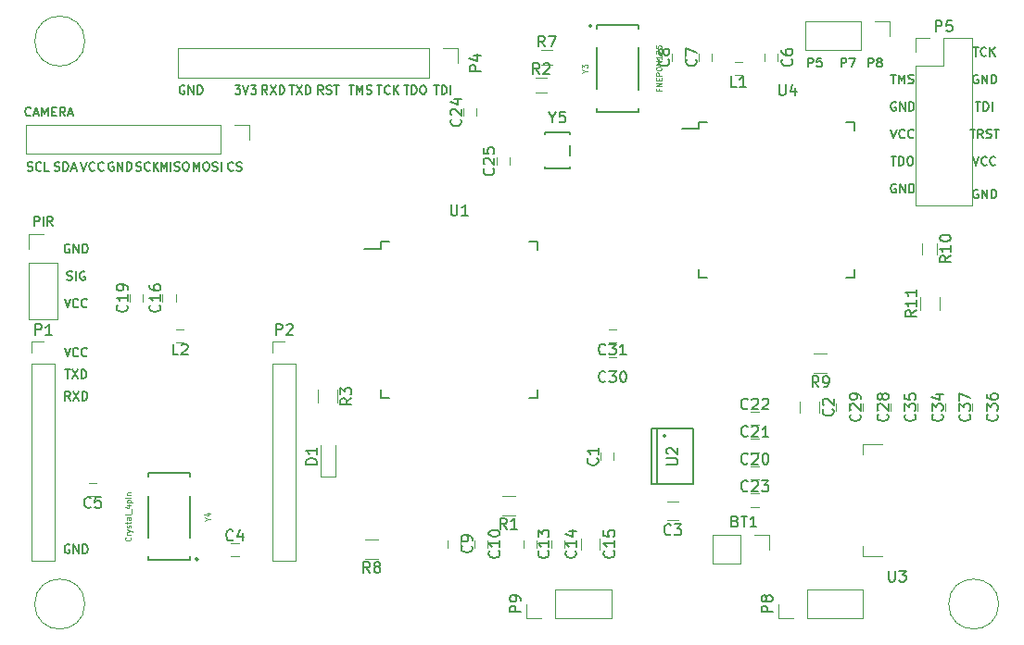
<source format=gbr>
G04 #@! TF.FileFunction,Legend,Top*
%FSLAX46Y46*%
G04 Gerber Fmt 4.6, Leading zero omitted, Abs format (unit mm)*
G04 Created by KiCad (PCBNEW 4.0.5) date 04/17/17 10:09:57*
%MOMM*%
%LPD*%
G01*
G04 APERTURE LIST*
%ADD10C,0.100000*%
%ADD11C,0.150000*%
%ADD12C,0.120000*%
%ADD13C,0.200660*%
%ADD14C,0.124460*%
G04 APERTURE END LIST*
D10*
D11*
X195409524Y-94361905D02*
X195409524Y-93561905D01*
X195714286Y-93561905D01*
X195790477Y-93600000D01*
X195828572Y-93638095D01*
X195866667Y-93714286D01*
X195866667Y-93828571D01*
X195828572Y-93904762D01*
X195790477Y-93942857D01*
X195714286Y-93980952D01*
X195409524Y-93980952D01*
X196323810Y-93904762D02*
X196247619Y-93866667D01*
X196209524Y-93828571D01*
X196171429Y-93752381D01*
X196171429Y-93714286D01*
X196209524Y-93638095D01*
X196247619Y-93600000D01*
X196323810Y-93561905D01*
X196476191Y-93561905D01*
X196552381Y-93600000D01*
X196590477Y-93638095D01*
X196628572Y-93714286D01*
X196628572Y-93752381D01*
X196590477Y-93828571D01*
X196552381Y-93866667D01*
X196476191Y-93904762D01*
X196323810Y-93904762D01*
X196247619Y-93942857D01*
X196209524Y-93980952D01*
X196171429Y-94057143D01*
X196171429Y-94209524D01*
X196209524Y-94285714D01*
X196247619Y-94323810D01*
X196323810Y-94361905D01*
X196476191Y-94361905D01*
X196552381Y-94323810D01*
X196590477Y-94285714D01*
X196628572Y-94209524D01*
X196628572Y-94057143D01*
X196590477Y-93980952D01*
X196552381Y-93942857D01*
X196476191Y-93904762D01*
X192909524Y-94361905D02*
X192909524Y-93561905D01*
X193214286Y-93561905D01*
X193290477Y-93600000D01*
X193328572Y-93638095D01*
X193366667Y-93714286D01*
X193366667Y-93828571D01*
X193328572Y-93904762D01*
X193290477Y-93942857D01*
X193214286Y-93980952D01*
X192909524Y-93980952D01*
X193633334Y-93561905D02*
X194166667Y-93561905D01*
X193823810Y-94361905D01*
X189909524Y-94361905D02*
X189909524Y-93561905D01*
X190214286Y-93561905D01*
X190290477Y-93600000D01*
X190328572Y-93638095D01*
X190366667Y-93714286D01*
X190366667Y-93828571D01*
X190328572Y-93904762D01*
X190290477Y-93942857D01*
X190214286Y-93980952D01*
X189909524Y-93980952D01*
X191090477Y-93561905D02*
X190709524Y-93561905D01*
X190671429Y-93942857D01*
X190709524Y-93904762D01*
X190785715Y-93866667D01*
X190976191Y-93866667D01*
X191052381Y-93904762D01*
X191090477Y-93942857D01*
X191128572Y-94019048D01*
X191128572Y-94209524D01*
X191090477Y-94285714D01*
X191052381Y-94323810D01*
X190976191Y-94361905D01*
X190785715Y-94361905D01*
X190709524Y-94323810D01*
X190671429Y-94285714D01*
X205390477Y-95100000D02*
X205314286Y-95061905D01*
X205200001Y-95061905D01*
X205085715Y-95100000D01*
X205009524Y-95176190D01*
X204971429Y-95252381D01*
X204933334Y-95404762D01*
X204933334Y-95519048D01*
X204971429Y-95671429D01*
X205009524Y-95747619D01*
X205085715Y-95823810D01*
X205200001Y-95861905D01*
X205276191Y-95861905D01*
X205390477Y-95823810D01*
X205428572Y-95785714D01*
X205428572Y-95519048D01*
X205276191Y-95519048D01*
X205771429Y-95861905D02*
X205771429Y-95061905D01*
X206228572Y-95861905D01*
X206228572Y-95061905D01*
X206609524Y-95861905D02*
X206609524Y-95061905D01*
X206800000Y-95061905D01*
X206914286Y-95100000D01*
X206990477Y-95176190D01*
X207028572Y-95252381D01*
X207066667Y-95404762D01*
X207066667Y-95519048D01*
X207028572Y-95671429D01*
X206990477Y-95747619D01*
X206914286Y-95823810D01*
X206800000Y-95861905D01*
X206609524Y-95861905D01*
X204971428Y-92561905D02*
X205428571Y-92561905D01*
X205200000Y-93361905D02*
X205200000Y-92561905D01*
X206152381Y-93285714D02*
X206114286Y-93323810D01*
X206000000Y-93361905D01*
X205923810Y-93361905D01*
X205809524Y-93323810D01*
X205733333Y-93247619D01*
X205695238Y-93171429D01*
X205657143Y-93019048D01*
X205657143Y-92904762D01*
X205695238Y-92752381D01*
X205733333Y-92676190D01*
X205809524Y-92600000D01*
X205923810Y-92561905D01*
X206000000Y-92561905D01*
X206114286Y-92600000D01*
X206152381Y-92638095D01*
X206495238Y-93361905D02*
X206495238Y-92561905D01*
X206952381Y-93361905D02*
X206609524Y-92904762D01*
X206952381Y-92561905D02*
X206495238Y-93019048D01*
X205180952Y-97561905D02*
X205638095Y-97561905D01*
X205409524Y-98361905D02*
X205409524Y-97561905D01*
X205904762Y-98361905D02*
X205904762Y-97561905D01*
X206095238Y-97561905D01*
X206209524Y-97600000D01*
X206285715Y-97676190D01*
X206323810Y-97752381D01*
X206361905Y-97904762D01*
X206361905Y-98019048D01*
X206323810Y-98171429D01*
X206285715Y-98247619D01*
X206209524Y-98323810D01*
X206095238Y-98361905D01*
X205904762Y-98361905D01*
X206704762Y-98361905D02*
X206704762Y-97561905D01*
X204685714Y-100061905D02*
X205142857Y-100061905D01*
X204914286Y-100861905D02*
X204914286Y-100061905D01*
X205866667Y-100861905D02*
X205600000Y-100480952D01*
X205409524Y-100861905D02*
X205409524Y-100061905D01*
X205714286Y-100061905D01*
X205790477Y-100100000D01*
X205828572Y-100138095D01*
X205866667Y-100214286D01*
X205866667Y-100328571D01*
X205828572Y-100404762D01*
X205790477Y-100442857D01*
X205714286Y-100480952D01*
X205409524Y-100480952D01*
X206171429Y-100823810D02*
X206285715Y-100861905D01*
X206476191Y-100861905D01*
X206552381Y-100823810D01*
X206590477Y-100785714D01*
X206628572Y-100709524D01*
X206628572Y-100633333D01*
X206590477Y-100557143D01*
X206552381Y-100519048D01*
X206476191Y-100480952D01*
X206323810Y-100442857D01*
X206247619Y-100404762D01*
X206209524Y-100366667D01*
X206171429Y-100290476D01*
X206171429Y-100214286D01*
X206209524Y-100138095D01*
X206247619Y-100100000D01*
X206323810Y-100061905D01*
X206514286Y-100061905D01*
X206628572Y-100100000D01*
X206857143Y-100061905D02*
X207314286Y-100061905D01*
X207085715Y-100861905D02*
X207085715Y-100061905D01*
X204933333Y-102561905D02*
X205200000Y-103361905D01*
X205466667Y-102561905D01*
X206190476Y-103285714D02*
X206152381Y-103323810D01*
X206038095Y-103361905D01*
X205961905Y-103361905D01*
X205847619Y-103323810D01*
X205771428Y-103247619D01*
X205733333Y-103171429D01*
X205695238Y-103019048D01*
X205695238Y-102904762D01*
X205733333Y-102752381D01*
X205771428Y-102676190D01*
X205847619Y-102600000D01*
X205961905Y-102561905D01*
X206038095Y-102561905D01*
X206152381Y-102600000D01*
X206190476Y-102638095D01*
X206990476Y-103285714D02*
X206952381Y-103323810D01*
X206838095Y-103361905D01*
X206761905Y-103361905D01*
X206647619Y-103323810D01*
X206571428Y-103247619D01*
X206533333Y-103171429D01*
X206495238Y-103019048D01*
X206495238Y-102904762D01*
X206533333Y-102752381D01*
X206571428Y-102676190D01*
X206647619Y-102600000D01*
X206761905Y-102561905D01*
X206838095Y-102561905D01*
X206952381Y-102600000D01*
X206990476Y-102638095D01*
X205390477Y-105600000D02*
X205314286Y-105561905D01*
X205200001Y-105561905D01*
X205085715Y-105600000D01*
X205009524Y-105676190D01*
X204971429Y-105752381D01*
X204933334Y-105904762D01*
X204933334Y-106019048D01*
X204971429Y-106171429D01*
X205009524Y-106247619D01*
X205085715Y-106323810D01*
X205200001Y-106361905D01*
X205276191Y-106361905D01*
X205390477Y-106323810D01*
X205428572Y-106285714D01*
X205428572Y-106019048D01*
X205276191Y-106019048D01*
X205771429Y-106361905D02*
X205771429Y-105561905D01*
X206228572Y-106361905D01*
X206228572Y-105561905D01*
X206609524Y-106361905D02*
X206609524Y-105561905D01*
X206800000Y-105561905D01*
X206914286Y-105600000D01*
X206990477Y-105676190D01*
X207028572Y-105752381D01*
X207066667Y-105904762D01*
X207066667Y-106019048D01*
X207028572Y-106171429D01*
X206990477Y-106247619D01*
X206914286Y-106323810D01*
X206800000Y-106361905D01*
X206609524Y-106361905D01*
X197890477Y-105100000D02*
X197814286Y-105061905D01*
X197700001Y-105061905D01*
X197585715Y-105100000D01*
X197509524Y-105176190D01*
X197471429Y-105252381D01*
X197433334Y-105404762D01*
X197433334Y-105519048D01*
X197471429Y-105671429D01*
X197509524Y-105747619D01*
X197585715Y-105823810D01*
X197700001Y-105861905D01*
X197776191Y-105861905D01*
X197890477Y-105823810D01*
X197928572Y-105785714D01*
X197928572Y-105519048D01*
X197776191Y-105519048D01*
X198271429Y-105861905D02*
X198271429Y-105061905D01*
X198728572Y-105861905D01*
X198728572Y-105061905D01*
X199109524Y-105861905D02*
X199109524Y-105061905D01*
X199300000Y-105061905D01*
X199414286Y-105100000D01*
X199490477Y-105176190D01*
X199528572Y-105252381D01*
X199566667Y-105404762D01*
X199566667Y-105519048D01*
X199528572Y-105671429D01*
X199490477Y-105747619D01*
X199414286Y-105823810D01*
X199300000Y-105861905D01*
X199109524Y-105861905D01*
X197452381Y-102561905D02*
X197909524Y-102561905D01*
X197680953Y-103361905D02*
X197680953Y-102561905D01*
X198176191Y-103361905D02*
X198176191Y-102561905D01*
X198366667Y-102561905D01*
X198480953Y-102600000D01*
X198557144Y-102676190D01*
X198595239Y-102752381D01*
X198633334Y-102904762D01*
X198633334Y-103019048D01*
X198595239Y-103171429D01*
X198557144Y-103247619D01*
X198480953Y-103323810D01*
X198366667Y-103361905D01*
X198176191Y-103361905D01*
X199128572Y-102561905D02*
X199280953Y-102561905D01*
X199357144Y-102600000D01*
X199433334Y-102676190D01*
X199471429Y-102828571D01*
X199471429Y-103095238D01*
X199433334Y-103247619D01*
X199357144Y-103323810D01*
X199280953Y-103361905D01*
X199128572Y-103361905D01*
X199052382Y-103323810D01*
X198976191Y-103247619D01*
X198938096Y-103095238D01*
X198938096Y-102828571D01*
X198976191Y-102676190D01*
X199052382Y-102600000D01*
X199128572Y-102561905D01*
X197433333Y-100061905D02*
X197700000Y-100861905D01*
X197966667Y-100061905D01*
X198690476Y-100785714D02*
X198652381Y-100823810D01*
X198538095Y-100861905D01*
X198461905Y-100861905D01*
X198347619Y-100823810D01*
X198271428Y-100747619D01*
X198233333Y-100671429D01*
X198195238Y-100519048D01*
X198195238Y-100404762D01*
X198233333Y-100252381D01*
X198271428Y-100176190D01*
X198347619Y-100100000D01*
X198461905Y-100061905D01*
X198538095Y-100061905D01*
X198652381Y-100100000D01*
X198690476Y-100138095D01*
X199490476Y-100785714D02*
X199452381Y-100823810D01*
X199338095Y-100861905D01*
X199261905Y-100861905D01*
X199147619Y-100823810D01*
X199071428Y-100747619D01*
X199033333Y-100671429D01*
X198995238Y-100519048D01*
X198995238Y-100404762D01*
X199033333Y-100252381D01*
X199071428Y-100176190D01*
X199147619Y-100100000D01*
X199261905Y-100061905D01*
X199338095Y-100061905D01*
X199452381Y-100100000D01*
X199490476Y-100138095D01*
X197890477Y-97600000D02*
X197814286Y-97561905D01*
X197700001Y-97561905D01*
X197585715Y-97600000D01*
X197509524Y-97676190D01*
X197471429Y-97752381D01*
X197433334Y-97904762D01*
X197433334Y-98019048D01*
X197471429Y-98171429D01*
X197509524Y-98247619D01*
X197585715Y-98323810D01*
X197700001Y-98361905D01*
X197776191Y-98361905D01*
X197890477Y-98323810D01*
X197928572Y-98285714D01*
X197928572Y-98019048D01*
X197776191Y-98019048D01*
X198271429Y-98361905D02*
X198271429Y-97561905D01*
X198728572Y-98361905D01*
X198728572Y-97561905D01*
X199109524Y-98361905D02*
X199109524Y-97561905D01*
X199300000Y-97561905D01*
X199414286Y-97600000D01*
X199490477Y-97676190D01*
X199528572Y-97752381D01*
X199566667Y-97904762D01*
X199566667Y-98019048D01*
X199528572Y-98171429D01*
X199490477Y-98247619D01*
X199414286Y-98323810D01*
X199300000Y-98361905D01*
X199109524Y-98361905D01*
X197433333Y-95061905D02*
X197890476Y-95061905D01*
X197661905Y-95861905D02*
X197661905Y-95061905D01*
X198157143Y-95861905D02*
X198157143Y-95061905D01*
X198423810Y-95633333D01*
X198690477Y-95061905D01*
X198690477Y-95861905D01*
X199033334Y-95823810D02*
X199147620Y-95861905D01*
X199338096Y-95861905D01*
X199414286Y-95823810D01*
X199452382Y-95785714D01*
X199490477Y-95709524D01*
X199490477Y-95633333D01*
X199452382Y-95557143D01*
X199414286Y-95519048D01*
X199338096Y-95480952D01*
X199185715Y-95442857D01*
X199109524Y-95404762D01*
X199071429Y-95366667D01*
X199033334Y-95290476D01*
X199033334Y-95214286D01*
X199071429Y-95138095D01*
X199109524Y-95100000D01*
X199185715Y-95061905D01*
X199376191Y-95061905D01*
X199490477Y-95100000D01*
X122390477Y-138100000D02*
X122314286Y-138061905D01*
X122200001Y-138061905D01*
X122085715Y-138100000D01*
X122009524Y-138176190D01*
X121971429Y-138252381D01*
X121933334Y-138404762D01*
X121933334Y-138519048D01*
X121971429Y-138671429D01*
X122009524Y-138747619D01*
X122085715Y-138823810D01*
X122200001Y-138861905D01*
X122276191Y-138861905D01*
X122390477Y-138823810D01*
X122428572Y-138785714D01*
X122428572Y-138519048D01*
X122276191Y-138519048D01*
X122771429Y-138861905D02*
X122771429Y-138061905D01*
X123228572Y-138861905D01*
X123228572Y-138061905D01*
X123609524Y-138861905D02*
X123609524Y-138061905D01*
X123800000Y-138061905D01*
X123914286Y-138100000D01*
X123990477Y-138176190D01*
X124028572Y-138252381D01*
X124066667Y-138404762D01*
X124066667Y-138519048D01*
X124028572Y-138671429D01*
X123990477Y-138747619D01*
X123914286Y-138823810D01*
X123800000Y-138861905D01*
X123609524Y-138861905D01*
X122466667Y-124861905D02*
X122200000Y-124480952D01*
X122009524Y-124861905D02*
X122009524Y-124061905D01*
X122314286Y-124061905D01*
X122390477Y-124100000D01*
X122428572Y-124138095D01*
X122466667Y-124214286D01*
X122466667Y-124328571D01*
X122428572Y-124404762D01*
X122390477Y-124442857D01*
X122314286Y-124480952D01*
X122009524Y-124480952D01*
X122733334Y-124061905D02*
X123266667Y-124861905D01*
X123266667Y-124061905D02*
X122733334Y-124861905D01*
X123571429Y-124861905D02*
X123571429Y-124061905D01*
X123761905Y-124061905D01*
X123876191Y-124100000D01*
X123952382Y-124176190D01*
X123990477Y-124252381D01*
X124028572Y-124404762D01*
X124028572Y-124519048D01*
X123990477Y-124671429D01*
X123952382Y-124747619D01*
X123876191Y-124823810D01*
X123761905Y-124861905D01*
X123571429Y-124861905D01*
X121990476Y-122061905D02*
X122447619Y-122061905D01*
X122219048Y-122861905D02*
X122219048Y-122061905D01*
X122638096Y-122061905D02*
X123171429Y-122861905D01*
X123171429Y-122061905D02*
X122638096Y-122861905D01*
X123476191Y-122861905D02*
X123476191Y-122061905D01*
X123666667Y-122061905D01*
X123780953Y-122100000D01*
X123857144Y-122176190D01*
X123895239Y-122252381D01*
X123933334Y-122404762D01*
X123933334Y-122519048D01*
X123895239Y-122671429D01*
X123857144Y-122747619D01*
X123780953Y-122823810D01*
X123666667Y-122861905D01*
X123476191Y-122861905D01*
X121933333Y-120061905D02*
X122200000Y-120861905D01*
X122466667Y-120061905D01*
X123190476Y-120785714D02*
X123152381Y-120823810D01*
X123038095Y-120861905D01*
X122961905Y-120861905D01*
X122847619Y-120823810D01*
X122771428Y-120747619D01*
X122733333Y-120671429D01*
X122695238Y-120519048D01*
X122695238Y-120404762D01*
X122733333Y-120252381D01*
X122771428Y-120176190D01*
X122847619Y-120100000D01*
X122961905Y-120061905D01*
X123038095Y-120061905D01*
X123152381Y-120100000D01*
X123190476Y-120138095D01*
X123990476Y-120785714D02*
X123952381Y-120823810D01*
X123838095Y-120861905D01*
X123761905Y-120861905D01*
X123647619Y-120823810D01*
X123571428Y-120747619D01*
X123533333Y-120671429D01*
X123495238Y-120519048D01*
X123495238Y-120404762D01*
X123533333Y-120252381D01*
X123571428Y-120176190D01*
X123647619Y-120100000D01*
X123761905Y-120061905D01*
X123838095Y-120061905D01*
X123952381Y-120100000D01*
X123990476Y-120138095D01*
X121933333Y-115561905D02*
X122200000Y-116361905D01*
X122466667Y-115561905D01*
X123190476Y-116285714D02*
X123152381Y-116323810D01*
X123038095Y-116361905D01*
X122961905Y-116361905D01*
X122847619Y-116323810D01*
X122771428Y-116247619D01*
X122733333Y-116171429D01*
X122695238Y-116019048D01*
X122695238Y-115904762D01*
X122733333Y-115752381D01*
X122771428Y-115676190D01*
X122847619Y-115600000D01*
X122961905Y-115561905D01*
X123038095Y-115561905D01*
X123152381Y-115600000D01*
X123190476Y-115638095D01*
X123990476Y-116285714D02*
X123952381Y-116323810D01*
X123838095Y-116361905D01*
X123761905Y-116361905D01*
X123647619Y-116323810D01*
X123571428Y-116247619D01*
X123533333Y-116171429D01*
X123495238Y-116019048D01*
X123495238Y-115904762D01*
X123533333Y-115752381D01*
X123571428Y-115676190D01*
X123647619Y-115600000D01*
X123761905Y-115561905D01*
X123838095Y-115561905D01*
X123952381Y-115600000D01*
X123990476Y-115638095D01*
X122180953Y-113823810D02*
X122295239Y-113861905D01*
X122485715Y-113861905D01*
X122561905Y-113823810D01*
X122600001Y-113785714D01*
X122638096Y-113709524D01*
X122638096Y-113633333D01*
X122600001Y-113557143D01*
X122561905Y-113519048D01*
X122485715Y-113480952D01*
X122333334Y-113442857D01*
X122257143Y-113404762D01*
X122219048Y-113366667D01*
X122180953Y-113290476D01*
X122180953Y-113214286D01*
X122219048Y-113138095D01*
X122257143Y-113100000D01*
X122333334Y-113061905D01*
X122523810Y-113061905D01*
X122638096Y-113100000D01*
X122980953Y-113861905D02*
X122980953Y-113061905D01*
X123780953Y-113100000D02*
X123704762Y-113061905D01*
X123590477Y-113061905D01*
X123476191Y-113100000D01*
X123400000Y-113176190D01*
X123361905Y-113252381D01*
X123323810Y-113404762D01*
X123323810Y-113519048D01*
X123361905Y-113671429D01*
X123400000Y-113747619D01*
X123476191Y-113823810D01*
X123590477Y-113861905D01*
X123666667Y-113861905D01*
X123780953Y-113823810D01*
X123819048Y-113785714D01*
X123819048Y-113519048D01*
X123666667Y-113519048D01*
X122390477Y-110600000D02*
X122314286Y-110561905D01*
X122200001Y-110561905D01*
X122085715Y-110600000D01*
X122009524Y-110676190D01*
X121971429Y-110752381D01*
X121933334Y-110904762D01*
X121933334Y-111019048D01*
X121971429Y-111171429D01*
X122009524Y-111247619D01*
X122085715Y-111323810D01*
X122200001Y-111361905D01*
X122276191Y-111361905D01*
X122390477Y-111323810D01*
X122428572Y-111285714D01*
X122428572Y-111019048D01*
X122276191Y-111019048D01*
X122771429Y-111361905D02*
X122771429Y-110561905D01*
X123228572Y-111361905D01*
X123228572Y-110561905D01*
X123609524Y-111361905D02*
X123609524Y-110561905D01*
X123800000Y-110561905D01*
X123914286Y-110600000D01*
X123990477Y-110676190D01*
X124028572Y-110752381D01*
X124066667Y-110904762D01*
X124066667Y-111019048D01*
X124028572Y-111171429D01*
X123990477Y-111247619D01*
X123914286Y-111323810D01*
X123800000Y-111361905D01*
X123609524Y-111361905D01*
X119200000Y-108861905D02*
X119200000Y-108061905D01*
X119504762Y-108061905D01*
X119580953Y-108100000D01*
X119619048Y-108138095D01*
X119657143Y-108214286D01*
X119657143Y-108328571D01*
X119619048Y-108404762D01*
X119580953Y-108442857D01*
X119504762Y-108480952D01*
X119200000Y-108480952D01*
X120000000Y-108861905D02*
X120000000Y-108061905D01*
X120838095Y-108861905D02*
X120571428Y-108480952D01*
X120380952Y-108861905D02*
X120380952Y-108061905D01*
X120685714Y-108061905D01*
X120761905Y-108100000D01*
X120800000Y-108138095D01*
X120838095Y-108214286D01*
X120838095Y-108328571D01*
X120800000Y-108404762D01*
X120761905Y-108442857D01*
X120685714Y-108480952D01*
X120380952Y-108480952D01*
X118842857Y-98785714D02*
X118804762Y-98823810D01*
X118690476Y-98861905D01*
X118614286Y-98861905D01*
X118500000Y-98823810D01*
X118423809Y-98747619D01*
X118385714Y-98671429D01*
X118347619Y-98519048D01*
X118347619Y-98404762D01*
X118385714Y-98252381D01*
X118423809Y-98176190D01*
X118500000Y-98100000D01*
X118614286Y-98061905D01*
X118690476Y-98061905D01*
X118804762Y-98100000D01*
X118842857Y-98138095D01*
X119147619Y-98633333D02*
X119528571Y-98633333D01*
X119071428Y-98861905D02*
X119338095Y-98061905D01*
X119604762Y-98861905D01*
X119871428Y-98861905D02*
X119871428Y-98061905D01*
X120138095Y-98633333D01*
X120404762Y-98061905D01*
X120404762Y-98861905D01*
X120785714Y-98442857D02*
X121052381Y-98442857D01*
X121166667Y-98861905D02*
X120785714Y-98861905D01*
X120785714Y-98061905D01*
X121166667Y-98061905D01*
X121966667Y-98861905D02*
X121700000Y-98480952D01*
X121509524Y-98861905D02*
X121509524Y-98061905D01*
X121814286Y-98061905D01*
X121890477Y-98100000D01*
X121928572Y-98138095D01*
X121966667Y-98214286D01*
X121966667Y-98328571D01*
X121928572Y-98404762D01*
X121890477Y-98442857D01*
X121814286Y-98480952D01*
X121509524Y-98480952D01*
X122271429Y-98633333D02*
X122652381Y-98633333D01*
X122195238Y-98861905D02*
X122461905Y-98061905D01*
X122728572Y-98861905D01*
X152952381Y-96061905D02*
X153409524Y-96061905D01*
X153180953Y-96861905D02*
X153180953Y-96061905D01*
X153676191Y-96861905D02*
X153676191Y-96061905D01*
X153866667Y-96061905D01*
X153980953Y-96100000D01*
X154057144Y-96176190D01*
X154095239Y-96252381D01*
X154133334Y-96404762D01*
X154133334Y-96519048D01*
X154095239Y-96671429D01*
X154057144Y-96747619D01*
X153980953Y-96823810D01*
X153866667Y-96861905D01*
X153676191Y-96861905D01*
X154628572Y-96061905D02*
X154780953Y-96061905D01*
X154857144Y-96100000D01*
X154933334Y-96176190D01*
X154971429Y-96328571D01*
X154971429Y-96595238D01*
X154933334Y-96747619D01*
X154857144Y-96823810D01*
X154780953Y-96861905D01*
X154628572Y-96861905D01*
X154552382Y-96823810D01*
X154476191Y-96747619D01*
X154438096Y-96595238D01*
X154438096Y-96328571D01*
X154476191Y-96176190D01*
X154552382Y-96100000D01*
X154628572Y-96061905D01*
X150471428Y-96061905D02*
X150928571Y-96061905D01*
X150700000Y-96861905D02*
X150700000Y-96061905D01*
X151652381Y-96785714D02*
X151614286Y-96823810D01*
X151500000Y-96861905D01*
X151423810Y-96861905D01*
X151309524Y-96823810D01*
X151233333Y-96747619D01*
X151195238Y-96671429D01*
X151157143Y-96519048D01*
X151157143Y-96404762D01*
X151195238Y-96252381D01*
X151233333Y-96176190D01*
X151309524Y-96100000D01*
X151423810Y-96061905D01*
X151500000Y-96061905D01*
X151614286Y-96100000D01*
X151652381Y-96138095D01*
X151995238Y-96861905D02*
X151995238Y-96061905D01*
X152452381Y-96861905D02*
X152109524Y-96404762D01*
X152452381Y-96061905D02*
X151995238Y-96519048D01*
X147933333Y-96061905D02*
X148390476Y-96061905D01*
X148161905Y-96861905D02*
X148161905Y-96061905D01*
X148657143Y-96861905D02*
X148657143Y-96061905D01*
X148923810Y-96633333D01*
X149190477Y-96061905D01*
X149190477Y-96861905D01*
X149533334Y-96823810D02*
X149647620Y-96861905D01*
X149838096Y-96861905D01*
X149914286Y-96823810D01*
X149952382Y-96785714D01*
X149990477Y-96709524D01*
X149990477Y-96633333D01*
X149952382Y-96557143D01*
X149914286Y-96519048D01*
X149838096Y-96480952D01*
X149685715Y-96442857D01*
X149609524Y-96404762D01*
X149571429Y-96366667D01*
X149533334Y-96290476D01*
X149533334Y-96214286D01*
X149571429Y-96138095D01*
X149609524Y-96100000D01*
X149685715Y-96061905D01*
X149876191Y-96061905D01*
X149990477Y-96100000D01*
X145561905Y-96861905D02*
X145295238Y-96480952D01*
X145104762Y-96861905D02*
X145104762Y-96061905D01*
X145409524Y-96061905D01*
X145485715Y-96100000D01*
X145523810Y-96138095D01*
X145561905Y-96214286D01*
X145561905Y-96328571D01*
X145523810Y-96404762D01*
X145485715Y-96442857D01*
X145409524Y-96480952D01*
X145104762Y-96480952D01*
X145866667Y-96823810D02*
X145980953Y-96861905D01*
X146171429Y-96861905D01*
X146247619Y-96823810D01*
X146285715Y-96785714D01*
X146323810Y-96709524D01*
X146323810Y-96633333D01*
X146285715Y-96557143D01*
X146247619Y-96519048D01*
X146171429Y-96480952D01*
X146019048Y-96442857D01*
X145942857Y-96404762D01*
X145904762Y-96366667D01*
X145866667Y-96290476D01*
X145866667Y-96214286D01*
X145904762Y-96138095D01*
X145942857Y-96100000D01*
X146019048Y-96061905D01*
X146209524Y-96061905D01*
X146323810Y-96100000D01*
X146552381Y-96061905D02*
X147009524Y-96061905D01*
X146780953Y-96861905D02*
X146780953Y-96061905D01*
X142490476Y-96061905D02*
X142947619Y-96061905D01*
X142719048Y-96861905D02*
X142719048Y-96061905D01*
X143138096Y-96061905D02*
X143671429Y-96861905D01*
X143671429Y-96061905D02*
X143138096Y-96861905D01*
X143976191Y-96861905D02*
X143976191Y-96061905D01*
X144166667Y-96061905D01*
X144280953Y-96100000D01*
X144357144Y-96176190D01*
X144395239Y-96252381D01*
X144433334Y-96404762D01*
X144433334Y-96519048D01*
X144395239Y-96671429D01*
X144357144Y-96747619D01*
X144280953Y-96823810D01*
X144166667Y-96861905D01*
X143976191Y-96861905D01*
X140466667Y-96861905D02*
X140200000Y-96480952D01*
X140009524Y-96861905D02*
X140009524Y-96061905D01*
X140314286Y-96061905D01*
X140390477Y-96100000D01*
X140428572Y-96138095D01*
X140466667Y-96214286D01*
X140466667Y-96328571D01*
X140428572Y-96404762D01*
X140390477Y-96442857D01*
X140314286Y-96480952D01*
X140009524Y-96480952D01*
X140733334Y-96061905D02*
X141266667Y-96861905D01*
X141266667Y-96061905D02*
X140733334Y-96861905D01*
X141571429Y-96861905D02*
X141571429Y-96061905D01*
X141761905Y-96061905D01*
X141876191Y-96100000D01*
X141952382Y-96176190D01*
X141990477Y-96252381D01*
X142028572Y-96404762D01*
X142028572Y-96519048D01*
X141990477Y-96671429D01*
X141952382Y-96747619D01*
X141876191Y-96823810D01*
X141761905Y-96861905D01*
X141571429Y-96861905D01*
X137509524Y-96061905D02*
X138004762Y-96061905D01*
X137738095Y-96366667D01*
X137852381Y-96366667D01*
X137928571Y-96404762D01*
X137966667Y-96442857D01*
X138004762Y-96519048D01*
X138004762Y-96709524D01*
X137966667Y-96785714D01*
X137928571Y-96823810D01*
X137852381Y-96861905D01*
X137623809Y-96861905D01*
X137547619Y-96823810D01*
X137509524Y-96785714D01*
X138233333Y-96061905D02*
X138500000Y-96861905D01*
X138766667Y-96061905D01*
X138957143Y-96061905D02*
X139452381Y-96061905D01*
X139185714Y-96366667D01*
X139300000Y-96366667D01*
X139376190Y-96404762D01*
X139414286Y-96442857D01*
X139452381Y-96519048D01*
X139452381Y-96709524D01*
X139414286Y-96785714D01*
X139376190Y-96823810D01*
X139300000Y-96861905D01*
X139071428Y-96861905D01*
X138995238Y-96823810D01*
X138957143Y-96785714D01*
X155680952Y-96061905D02*
X156138095Y-96061905D01*
X155909524Y-96861905D02*
X155909524Y-96061905D01*
X156404762Y-96861905D02*
X156404762Y-96061905D01*
X156595238Y-96061905D01*
X156709524Y-96100000D01*
X156785715Y-96176190D01*
X156823810Y-96252381D01*
X156861905Y-96404762D01*
X156861905Y-96519048D01*
X156823810Y-96671429D01*
X156785715Y-96747619D01*
X156709524Y-96823810D01*
X156595238Y-96861905D01*
X156404762Y-96861905D01*
X157204762Y-96861905D02*
X157204762Y-96061905D01*
X132890477Y-96100000D02*
X132814286Y-96061905D01*
X132700001Y-96061905D01*
X132585715Y-96100000D01*
X132509524Y-96176190D01*
X132471429Y-96252381D01*
X132433334Y-96404762D01*
X132433334Y-96519048D01*
X132471429Y-96671429D01*
X132509524Y-96747619D01*
X132585715Y-96823810D01*
X132700001Y-96861905D01*
X132776191Y-96861905D01*
X132890477Y-96823810D01*
X132928572Y-96785714D01*
X132928572Y-96519048D01*
X132776191Y-96519048D01*
X133271429Y-96861905D02*
X133271429Y-96061905D01*
X133728572Y-96861905D01*
X133728572Y-96061905D01*
X134109524Y-96861905D02*
X134109524Y-96061905D01*
X134300000Y-96061905D01*
X134414286Y-96100000D01*
X134490477Y-96176190D01*
X134528572Y-96252381D01*
X134566667Y-96404762D01*
X134566667Y-96519048D01*
X134528572Y-96671429D01*
X134490477Y-96747619D01*
X134414286Y-96823810D01*
X134300000Y-96861905D01*
X134109524Y-96861905D01*
X137366667Y-103785714D02*
X137328572Y-103823810D01*
X137214286Y-103861905D01*
X137138096Y-103861905D01*
X137023810Y-103823810D01*
X136947619Y-103747619D01*
X136909524Y-103671429D01*
X136871429Y-103519048D01*
X136871429Y-103404762D01*
X136909524Y-103252381D01*
X136947619Y-103176190D01*
X137023810Y-103100000D01*
X137138096Y-103061905D01*
X137214286Y-103061905D01*
X137328572Y-103100000D01*
X137366667Y-103138095D01*
X137671429Y-103823810D02*
X137785715Y-103861905D01*
X137976191Y-103861905D01*
X138052381Y-103823810D01*
X138090477Y-103785714D01*
X138128572Y-103709524D01*
X138128572Y-103633333D01*
X138090477Y-103557143D01*
X138052381Y-103519048D01*
X137976191Y-103480952D01*
X137823810Y-103442857D01*
X137747619Y-103404762D01*
X137709524Y-103366667D01*
X137671429Y-103290476D01*
X137671429Y-103214286D01*
X137709524Y-103138095D01*
X137747619Y-103100000D01*
X137823810Y-103061905D01*
X138014286Y-103061905D01*
X138128572Y-103100000D01*
X133742857Y-103861905D02*
X133742857Y-103061905D01*
X134009524Y-103633333D01*
X134276191Y-103061905D01*
X134276191Y-103861905D01*
X134809524Y-103061905D02*
X134961905Y-103061905D01*
X135038096Y-103100000D01*
X135114286Y-103176190D01*
X135152381Y-103328571D01*
X135152381Y-103595238D01*
X135114286Y-103747619D01*
X135038096Y-103823810D01*
X134961905Y-103861905D01*
X134809524Y-103861905D01*
X134733334Y-103823810D01*
X134657143Y-103747619D01*
X134619048Y-103595238D01*
X134619048Y-103328571D01*
X134657143Y-103176190D01*
X134733334Y-103100000D01*
X134809524Y-103061905D01*
X135457143Y-103823810D02*
X135571429Y-103861905D01*
X135761905Y-103861905D01*
X135838095Y-103823810D01*
X135876191Y-103785714D01*
X135914286Y-103709524D01*
X135914286Y-103633333D01*
X135876191Y-103557143D01*
X135838095Y-103519048D01*
X135761905Y-103480952D01*
X135609524Y-103442857D01*
X135533333Y-103404762D01*
X135495238Y-103366667D01*
X135457143Y-103290476D01*
X135457143Y-103214286D01*
X135495238Y-103138095D01*
X135533333Y-103100000D01*
X135609524Y-103061905D01*
X135800000Y-103061905D01*
X135914286Y-103100000D01*
X136257143Y-103861905D02*
X136257143Y-103061905D01*
X130742857Y-103861905D02*
X130742857Y-103061905D01*
X131009524Y-103633333D01*
X131276191Y-103061905D01*
X131276191Y-103861905D01*
X131657143Y-103861905D02*
X131657143Y-103061905D01*
X132000000Y-103823810D02*
X132114286Y-103861905D01*
X132304762Y-103861905D01*
X132380952Y-103823810D01*
X132419048Y-103785714D01*
X132457143Y-103709524D01*
X132457143Y-103633333D01*
X132419048Y-103557143D01*
X132380952Y-103519048D01*
X132304762Y-103480952D01*
X132152381Y-103442857D01*
X132076190Y-103404762D01*
X132038095Y-103366667D01*
X132000000Y-103290476D01*
X132000000Y-103214286D01*
X132038095Y-103138095D01*
X132076190Y-103100000D01*
X132152381Y-103061905D01*
X132342857Y-103061905D01*
X132457143Y-103100000D01*
X132952381Y-103061905D02*
X133104762Y-103061905D01*
X133180953Y-103100000D01*
X133257143Y-103176190D01*
X133295238Y-103328571D01*
X133295238Y-103595238D01*
X133257143Y-103747619D01*
X133180953Y-103823810D01*
X133104762Y-103861905D01*
X132952381Y-103861905D01*
X132876191Y-103823810D01*
X132800000Y-103747619D01*
X132761905Y-103595238D01*
X132761905Y-103328571D01*
X132800000Y-103176190D01*
X132876191Y-103100000D01*
X132952381Y-103061905D01*
X128471429Y-103823810D02*
X128585715Y-103861905D01*
X128776191Y-103861905D01*
X128852381Y-103823810D01*
X128890477Y-103785714D01*
X128928572Y-103709524D01*
X128928572Y-103633333D01*
X128890477Y-103557143D01*
X128852381Y-103519048D01*
X128776191Y-103480952D01*
X128623810Y-103442857D01*
X128547619Y-103404762D01*
X128509524Y-103366667D01*
X128471429Y-103290476D01*
X128471429Y-103214286D01*
X128509524Y-103138095D01*
X128547619Y-103100000D01*
X128623810Y-103061905D01*
X128814286Y-103061905D01*
X128928572Y-103100000D01*
X129728572Y-103785714D02*
X129690477Y-103823810D01*
X129576191Y-103861905D01*
X129500001Y-103861905D01*
X129385715Y-103823810D01*
X129309524Y-103747619D01*
X129271429Y-103671429D01*
X129233334Y-103519048D01*
X129233334Y-103404762D01*
X129271429Y-103252381D01*
X129309524Y-103176190D01*
X129385715Y-103100000D01*
X129500001Y-103061905D01*
X129576191Y-103061905D01*
X129690477Y-103100000D01*
X129728572Y-103138095D01*
X130071429Y-103861905D02*
X130071429Y-103061905D01*
X130528572Y-103861905D02*
X130185715Y-103404762D01*
X130528572Y-103061905D02*
X130071429Y-103519048D01*
X126390477Y-103100000D02*
X126314286Y-103061905D01*
X126200001Y-103061905D01*
X126085715Y-103100000D01*
X126009524Y-103176190D01*
X125971429Y-103252381D01*
X125933334Y-103404762D01*
X125933334Y-103519048D01*
X125971429Y-103671429D01*
X126009524Y-103747619D01*
X126085715Y-103823810D01*
X126200001Y-103861905D01*
X126276191Y-103861905D01*
X126390477Y-103823810D01*
X126428572Y-103785714D01*
X126428572Y-103519048D01*
X126276191Y-103519048D01*
X126771429Y-103861905D02*
X126771429Y-103061905D01*
X127228572Y-103861905D01*
X127228572Y-103061905D01*
X127609524Y-103861905D02*
X127609524Y-103061905D01*
X127800000Y-103061905D01*
X127914286Y-103100000D01*
X127990477Y-103176190D01*
X128028572Y-103252381D01*
X128066667Y-103404762D01*
X128066667Y-103519048D01*
X128028572Y-103671429D01*
X127990477Y-103747619D01*
X127914286Y-103823810D01*
X127800000Y-103861905D01*
X127609524Y-103861905D01*
X123433333Y-103061905D02*
X123700000Y-103861905D01*
X123966667Y-103061905D01*
X124690476Y-103785714D02*
X124652381Y-103823810D01*
X124538095Y-103861905D01*
X124461905Y-103861905D01*
X124347619Y-103823810D01*
X124271428Y-103747619D01*
X124233333Y-103671429D01*
X124195238Y-103519048D01*
X124195238Y-103404762D01*
X124233333Y-103252381D01*
X124271428Y-103176190D01*
X124347619Y-103100000D01*
X124461905Y-103061905D01*
X124538095Y-103061905D01*
X124652381Y-103100000D01*
X124690476Y-103138095D01*
X125490476Y-103785714D02*
X125452381Y-103823810D01*
X125338095Y-103861905D01*
X125261905Y-103861905D01*
X125147619Y-103823810D01*
X125071428Y-103747619D01*
X125033333Y-103671429D01*
X124995238Y-103519048D01*
X124995238Y-103404762D01*
X125033333Y-103252381D01*
X125071428Y-103176190D01*
X125147619Y-103100000D01*
X125261905Y-103061905D01*
X125338095Y-103061905D01*
X125452381Y-103100000D01*
X125490476Y-103138095D01*
X121028572Y-103823810D02*
X121142858Y-103861905D01*
X121333334Y-103861905D01*
X121409524Y-103823810D01*
X121447620Y-103785714D01*
X121485715Y-103709524D01*
X121485715Y-103633333D01*
X121447620Y-103557143D01*
X121409524Y-103519048D01*
X121333334Y-103480952D01*
X121180953Y-103442857D01*
X121104762Y-103404762D01*
X121066667Y-103366667D01*
X121028572Y-103290476D01*
X121028572Y-103214286D01*
X121066667Y-103138095D01*
X121104762Y-103100000D01*
X121180953Y-103061905D01*
X121371429Y-103061905D01*
X121485715Y-103100000D01*
X121828572Y-103861905D02*
X121828572Y-103061905D01*
X122019048Y-103061905D01*
X122133334Y-103100000D01*
X122209525Y-103176190D01*
X122247620Y-103252381D01*
X122285715Y-103404762D01*
X122285715Y-103519048D01*
X122247620Y-103671429D01*
X122209525Y-103747619D01*
X122133334Y-103823810D01*
X122019048Y-103861905D01*
X121828572Y-103861905D01*
X122590477Y-103633333D02*
X122971429Y-103633333D01*
X122514286Y-103861905D02*
X122780953Y-103061905D01*
X123047620Y-103861905D01*
X118547619Y-103823810D02*
X118661905Y-103861905D01*
X118852381Y-103861905D01*
X118928571Y-103823810D01*
X118966667Y-103785714D01*
X119004762Y-103709524D01*
X119004762Y-103633333D01*
X118966667Y-103557143D01*
X118928571Y-103519048D01*
X118852381Y-103480952D01*
X118700000Y-103442857D01*
X118623809Y-103404762D01*
X118585714Y-103366667D01*
X118547619Y-103290476D01*
X118547619Y-103214286D01*
X118585714Y-103138095D01*
X118623809Y-103100000D01*
X118700000Y-103061905D01*
X118890476Y-103061905D01*
X119004762Y-103100000D01*
X119804762Y-103785714D02*
X119766667Y-103823810D01*
X119652381Y-103861905D01*
X119576191Y-103861905D01*
X119461905Y-103823810D01*
X119385714Y-103747619D01*
X119347619Y-103671429D01*
X119309524Y-103519048D01*
X119309524Y-103404762D01*
X119347619Y-103252381D01*
X119385714Y-103176190D01*
X119461905Y-103100000D01*
X119576191Y-103061905D01*
X119652381Y-103061905D01*
X119766667Y-103100000D01*
X119804762Y-103138095D01*
X120528572Y-103861905D02*
X120147619Y-103861905D01*
X120147619Y-103061905D01*
D12*
X207286000Y-143500000D02*
G75*
G03X207286000Y-143500000I-2286000J0D01*
G01*
X123786000Y-143500000D02*
G75*
G03X123786000Y-143500000I-2286000J0D01*
G01*
X123786000Y-92000000D02*
G75*
G03X123786000Y-92000000I-2286000J0D01*
G01*
D11*
X150875000Y-110375000D02*
X150875000Y-111025000D01*
X165125000Y-110375000D02*
X165125000Y-111135000D01*
X165125000Y-124625000D02*
X165125000Y-123865000D01*
X150875000Y-124625000D02*
X150875000Y-123865000D01*
X150875000Y-110375000D02*
X151635000Y-110375000D01*
X150875000Y-124625000D02*
X151635000Y-124625000D01*
X165125000Y-124625000D02*
X164365000Y-124625000D01*
X165125000Y-110375000D02*
X164365000Y-110375000D01*
X150875000Y-111025000D02*
X149350000Y-111025000D01*
D12*
X170900000Y-130350000D02*
X170900000Y-129650000D01*
X172100000Y-129650000D02*
X172100000Y-130350000D01*
X190850000Y-126000000D02*
X190850000Y-125000000D01*
X189150000Y-125000000D02*
X189150000Y-126000000D01*
X177000000Y-135850000D02*
X178000000Y-135850000D01*
X178000000Y-134150000D02*
X177000000Y-134150000D01*
X185900000Y-93850000D02*
X185900000Y-93150000D01*
X187100000Y-93150000D02*
X187100000Y-93850000D01*
X179900000Y-93850000D02*
X179900000Y-93150000D01*
X181100000Y-93150000D02*
X181100000Y-93850000D01*
X177400000Y-93850000D02*
X177400000Y-93150000D01*
X178600000Y-93150000D02*
X178600000Y-93850000D01*
X158100000Y-137650000D02*
X158100000Y-138350000D01*
X156900000Y-138350000D02*
X156900000Y-137650000D01*
X160600000Y-137650000D02*
X160600000Y-138350000D01*
X159400000Y-138350000D02*
X159400000Y-137650000D01*
X165100000Y-137650000D02*
X165100000Y-138350000D01*
X163900000Y-138350000D02*
X163900000Y-137650000D01*
X167600000Y-137650000D02*
X167600000Y-138350000D01*
X166400000Y-138350000D02*
X166400000Y-137650000D01*
X170850000Y-138500000D02*
X170850000Y-137500000D01*
X169150000Y-137500000D02*
X169150000Y-138500000D01*
X130900000Y-115850000D02*
X130900000Y-115150000D01*
X132100000Y-115150000D02*
X132100000Y-115850000D01*
X127900000Y-115850000D02*
X127900000Y-115150000D01*
X129100000Y-115150000D02*
X129100000Y-115850000D01*
X184650000Y-130900000D02*
X185350000Y-130900000D01*
X185350000Y-132100000D02*
X184650000Y-132100000D01*
X184650000Y-128400000D02*
X185350000Y-128400000D01*
X185350000Y-129600000D02*
X184650000Y-129600000D01*
X184650000Y-125900000D02*
X185350000Y-125900000D01*
X185350000Y-127100000D02*
X184650000Y-127100000D01*
X184650000Y-133400000D02*
X185350000Y-133400000D01*
X185350000Y-134600000D02*
X184650000Y-134600000D01*
X196100000Y-125150000D02*
X196100000Y-125850000D01*
X194900000Y-125850000D02*
X194900000Y-125150000D01*
X193600000Y-125150000D02*
X193600000Y-125850000D01*
X192400000Y-125850000D02*
X192400000Y-125150000D01*
X172350000Y-122100000D02*
X171650000Y-122100000D01*
X171650000Y-120900000D02*
X172350000Y-120900000D01*
X172350000Y-119600000D02*
X171650000Y-119600000D01*
X171650000Y-118400000D02*
X172350000Y-118400000D01*
X201100000Y-125150000D02*
X201100000Y-125850000D01*
X199900000Y-125850000D02*
X199900000Y-125150000D01*
X198600000Y-125150000D02*
X198600000Y-125850000D01*
X197400000Y-125850000D02*
X197400000Y-125150000D01*
X206100000Y-125150000D02*
X206100000Y-125850000D01*
X204900000Y-125850000D02*
X204900000Y-125150000D01*
X203600000Y-125150000D02*
X203600000Y-125850000D01*
X202400000Y-125850000D02*
X202400000Y-125150000D01*
X183850000Y-95100000D02*
X183150000Y-95100000D01*
X183150000Y-93900000D02*
X183850000Y-93900000D01*
X132850000Y-119600000D02*
X132150000Y-119600000D01*
X132150000Y-118400000D02*
X132850000Y-118400000D01*
X118940000Y-121500000D02*
X118940000Y-139560000D01*
X118940000Y-139560000D02*
X121060000Y-139560000D01*
X121060000Y-139560000D02*
X121060000Y-121500000D01*
X121060000Y-121500000D02*
X118940000Y-121500000D01*
X118940000Y-120500000D02*
X118940000Y-119440000D01*
X118940000Y-119440000D02*
X120000000Y-119440000D01*
X140940000Y-121500000D02*
X140940000Y-139560000D01*
X140940000Y-139560000D02*
X143060000Y-139560000D01*
X143060000Y-139560000D02*
X143060000Y-121500000D01*
X143060000Y-121500000D02*
X140940000Y-121500000D01*
X140940000Y-120500000D02*
X140940000Y-119440000D01*
X140940000Y-119440000D02*
X142000000Y-119440000D01*
X136230000Y-99670000D02*
X118390000Y-99670000D01*
X118390000Y-99670000D02*
X118390000Y-102330000D01*
X118390000Y-102330000D02*
X136230000Y-102330000D01*
X136230000Y-102330000D02*
X136230000Y-99670000D01*
X137500000Y-99670000D02*
X138830000Y-99670000D01*
X138830000Y-99670000D02*
X138830000Y-101000000D01*
X155230000Y-92670000D02*
X132310000Y-92670000D01*
X132310000Y-92670000D02*
X132310000Y-95330000D01*
X132310000Y-95330000D02*
X155230000Y-95330000D01*
X155230000Y-95330000D02*
X155230000Y-92670000D01*
X156500000Y-92670000D02*
X157830000Y-92670000D01*
X157830000Y-92670000D02*
X157830000Y-94000000D01*
X118670000Y-112270000D02*
X118670000Y-117410000D01*
X118670000Y-117410000D02*
X121330000Y-117410000D01*
X121330000Y-117410000D02*
X121330000Y-112270000D01*
X121330000Y-112270000D02*
X118670000Y-112270000D01*
X118670000Y-111000000D02*
X118670000Y-109670000D01*
X118670000Y-109670000D02*
X120000000Y-109670000D01*
X161900000Y-133620000D02*
X163100000Y-133620000D01*
X163100000Y-135380000D02*
X161900000Y-135380000D01*
X166000000Y-96680000D02*
X165000000Y-96680000D01*
X165000000Y-95320000D02*
X166000000Y-95320000D01*
X145120000Y-125100000D02*
X145120000Y-123900000D01*
X146880000Y-123900000D02*
X146880000Y-125100000D01*
X166500000Y-94180000D02*
X165500000Y-94180000D01*
X165500000Y-92820000D02*
X166500000Y-92820000D01*
X149400000Y-137620000D02*
X150600000Y-137620000D01*
X150600000Y-139380000D02*
X149400000Y-139380000D01*
X190400000Y-120620000D02*
X191600000Y-120620000D01*
X191600000Y-122380000D02*
X190400000Y-122380000D01*
X200320000Y-111500000D02*
X200320000Y-110500000D01*
X201680000Y-110500000D02*
X201680000Y-111500000D01*
X201880000Y-115400000D02*
X201880000Y-116600000D01*
X200120000Y-116600000D02*
X200120000Y-115400000D01*
D11*
X176865000Y-128095000D02*
G75*
G03X176865000Y-128095000I-127000J0D01*
G01*
X176103000Y-127460000D02*
X176103000Y-132540000D01*
X179405000Y-127460000D02*
X179405000Y-132540000D01*
X175595000Y-127460000D02*
X175595000Y-132540000D01*
X175595000Y-127460000D02*
X179405000Y-127460000D01*
X175595000Y-132540000D02*
X179405000Y-132540000D01*
D12*
X194850000Y-128900000D02*
X194850000Y-129850000D01*
X194850000Y-139100000D02*
X194850000Y-138150000D01*
X194850000Y-139100000D02*
X196650000Y-139100000D01*
X196650000Y-128900000D02*
X194850000Y-128900000D01*
D11*
X179875000Y-99375000D02*
X179875000Y-100025000D01*
X194125000Y-99375000D02*
X194125000Y-100135000D01*
X194125000Y-113625000D02*
X194125000Y-112865000D01*
X179875000Y-113625000D02*
X179875000Y-112865000D01*
X179875000Y-99375000D02*
X180635000Y-99375000D01*
X179875000Y-113625000D02*
X180635000Y-113625000D01*
X194125000Y-113625000D02*
X193365000Y-113625000D01*
X194125000Y-99375000D02*
X193365000Y-99375000D01*
X179875000Y-100025000D02*
X178350000Y-100025000D01*
D13*
X170135950Y-90599260D02*
G75*
G03X170135950Y-90599260I-157090J0D01*
G01*
X174399920Y-98119500D02*
X174399920Y-98500500D01*
X174399920Y-98500500D02*
X170600080Y-98500500D01*
X170600080Y-98500500D02*
X170600080Y-98119500D01*
X170587380Y-92587380D02*
X170587380Y-96407540D01*
X174399920Y-92589920D02*
X174399920Y-96410080D01*
X170600080Y-90499500D02*
X170600080Y-90880500D01*
X170600080Y-90499500D02*
X174399920Y-90499500D01*
X174399920Y-90499500D02*
X174399920Y-90880500D01*
D12*
X137150000Y-137900000D02*
X137850000Y-137900000D01*
X137850000Y-139100000D02*
X137150000Y-139100000D01*
X124850000Y-133600000D02*
X124150000Y-133600000D01*
X124150000Y-132400000D02*
X124850000Y-132400000D01*
X158400000Y-98850000D02*
X158400000Y-98150000D01*
X159600000Y-98150000D02*
X159600000Y-98850000D01*
X161400000Y-103350000D02*
X161400000Y-102650000D01*
X162600000Y-102650000D02*
X162600000Y-103350000D01*
D13*
X134178230Y-139400740D02*
G75*
G03X134178230Y-139400740I-157090J0D01*
G01*
X129600080Y-131880500D02*
X129600080Y-131499500D01*
X129600080Y-131499500D02*
X133399920Y-131499500D01*
X133399920Y-131499500D02*
X133399920Y-131880500D01*
X133412620Y-137412620D02*
X133412620Y-133592460D01*
X129600080Y-137410080D02*
X129600080Y-133589920D01*
X133399920Y-139500500D02*
X133399920Y-139119500D01*
X133399920Y-139500500D02*
X129600080Y-139500500D01*
X129600080Y-139500500D02*
X129600080Y-139119500D01*
D11*
X168150000Y-103450000D02*
X168150000Y-103650000D01*
X168150000Y-103650000D02*
X165850000Y-103650000D01*
X165850000Y-103650000D02*
X165850000Y-103450000D01*
X168150000Y-101500000D02*
X168150000Y-102500000D01*
X165850000Y-100350000D02*
X165850000Y-100550000D01*
X165850000Y-100350000D02*
X168150000Y-100350000D01*
X168150000Y-100350000D02*
X168150000Y-100550000D01*
D12*
X145300000Y-131800000D02*
X146700000Y-131800000D01*
X146700000Y-131800000D02*
X146700000Y-129000000D01*
X145300000Y-131800000D02*
X145300000Y-129000000D01*
X183730000Y-137170000D02*
X181130000Y-137170000D01*
X181130000Y-137170000D02*
X181130000Y-139830000D01*
X181130000Y-139830000D02*
X183730000Y-139830000D01*
X183730000Y-139830000D02*
X183730000Y-137170000D01*
X185000000Y-137170000D02*
X186330000Y-137170000D01*
X186330000Y-137170000D02*
X186330000Y-138500000D01*
X199670000Y-94270000D02*
X199670000Y-107030000D01*
X199670000Y-107030000D02*
X204870000Y-107030000D01*
X204870000Y-107030000D02*
X204870000Y-91670000D01*
X204870000Y-91670000D02*
X202270000Y-91670000D01*
X202270000Y-91670000D02*
X202270000Y-94270000D01*
X202270000Y-94270000D02*
X199670000Y-94270000D01*
X199670000Y-93000000D02*
X199670000Y-91670000D01*
X199670000Y-91670000D02*
X201000000Y-91670000D01*
X194730000Y-90170000D02*
X189590000Y-90170000D01*
X189590000Y-90170000D02*
X189590000Y-92830000D01*
X189590000Y-92830000D02*
X194730000Y-92830000D01*
X194730000Y-92830000D02*
X194730000Y-90170000D01*
X196000000Y-90170000D02*
X197330000Y-90170000D01*
X197330000Y-90170000D02*
X197330000Y-91500000D01*
X189770000Y-144830000D02*
X194910000Y-144830000D01*
X194910000Y-144830000D02*
X194910000Y-142170000D01*
X194910000Y-142170000D02*
X189770000Y-142170000D01*
X189770000Y-142170000D02*
X189770000Y-144830000D01*
X188500000Y-144830000D02*
X187170000Y-144830000D01*
X187170000Y-144830000D02*
X187170000Y-143500000D01*
X166770000Y-144830000D02*
X171910000Y-144830000D01*
X171910000Y-144830000D02*
X171910000Y-142170000D01*
X171910000Y-142170000D02*
X166770000Y-142170000D01*
X166770000Y-142170000D02*
X166770000Y-144830000D01*
X165500000Y-144830000D02*
X164170000Y-144830000D01*
X164170000Y-144830000D02*
X164170000Y-143500000D01*
D11*
X157238095Y-106952381D02*
X157238095Y-107761905D01*
X157285714Y-107857143D01*
X157333333Y-107904762D01*
X157428571Y-107952381D01*
X157619048Y-107952381D01*
X157714286Y-107904762D01*
X157761905Y-107857143D01*
X157809524Y-107761905D01*
X157809524Y-106952381D01*
X158809524Y-107952381D02*
X158238095Y-107952381D01*
X158523809Y-107952381D02*
X158523809Y-106952381D01*
X158428571Y-107095238D01*
X158333333Y-107190476D01*
X158238095Y-107238095D01*
X170607143Y-130166666D02*
X170654762Y-130214285D01*
X170702381Y-130357142D01*
X170702381Y-130452380D01*
X170654762Y-130595238D01*
X170559524Y-130690476D01*
X170464286Y-130738095D01*
X170273810Y-130785714D01*
X170130952Y-130785714D01*
X169940476Y-130738095D01*
X169845238Y-130690476D01*
X169750000Y-130595238D01*
X169702381Y-130452380D01*
X169702381Y-130357142D01*
X169750000Y-130214285D01*
X169797619Y-130166666D01*
X170702381Y-129214285D02*
X170702381Y-129785714D01*
X170702381Y-129500000D02*
X169702381Y-129500000D01*
X169845238Y-129595238D01*
X169940476Y-129690476D01*
X169988095Y-129785714D01*
X192107143Y-125666666D02*
X192154762Y-125714285D01*
X192202381Y-125857142D01*
X192202381Y-125952380D01*
X192154762Y-126095238D01*
X192059524Y-126190476D01*
X191964286Y-126238095D01*
X191773810Y-126285714D01*
X191630952Y-126285714D01*
X191440476Y-126238095D01*
X191345238Y-126190476D01*
X191250000Y-126095238D01*
X191202381Y-125952380D01*
X191202381Y-125857142D01*
X191250000Y-125714285D01*
X191297619Y-125666666D01*
X191297619Y-125285714D02*
X191250000Y-125238095D01*
X191202381Y-125142857D01*
X191202381Y-124904761D01*
X191250000Y-124809523D01*
X191297619Y-124761904D01*
X191392857Y-124714285D01*
X191488095Y-124714285D01*
X191630952Y-124761904D01*
X192202381Y-125333333D01*
X192202381Y-124714285D01*
X177333334Y-137107143D02*
X177285715Y-137154762D01*
X177142858Y-137202381D01*
X177047620Y-137202381D01*
X176904762Y-137154762D01*
X176809524Y-137059524D01*
X176761905Y-136964286D01*
X176714286Y-136773810D01*
X176714286Y-136630952D01*
X176761905Y-136440476D01*
X176809524Y-136345238D01*
X176904762Y-136250000D01*
X177047620Y-136202381D01*
X177142858Y-136202381D01*
X177285715Y-136250000D01*
X177333334Y-136297619D01*
X177666667Y-136202381D02*
X178285715Y-136202381D01*
X177952381Y-136583333D01*
X178095239Y-136583333D01*
X178190477Y-136630952D01*
X178238096Y-136678571D01*
X178285715Y-136773810D01*
X178285715Y-137011905D01*
X178238096Y-137107143D01*
X178190477Y-137154762D01*
X178095239Y-137202381D01*
X177809524Y-137202381D01*
X177714286Y-137154762D01*
X177666667Y-137107143D01*
X188357143Y-93666666D02*
X188404762Y-93714285D01*
X188452381Y-93857142D01*
X188452381Y-93952380D01*
X188404762Y-94095238D01*
X188309524Y-94190476D01*
X188214286Y-94238095D01*
X188023810Y-94285714D01*
X187880952Y-94285714D01*
X187690476Y-94238095D01*
X187595238Y-94190476D01*
X187500000Y-94095238D01*
X187452381Y-93952380D01*
X187452381Y-93857142D01*
X187500000Y-93714285D01*
X187547619Y-93666666D01*
X187452381Y-92809523D02*
X187452381Y-93000000D01*
X187500000Y-93095238D01*
X187547619Y-93142857D01*
X187690476Y-93238095D01*
X187880952Y-93285714D01*
X188261905Y-93285714D01*
X188357143Y-93238095D01*
X188404762Y-93190476D01*
X188452381Y-93095238D01*
X188452381Y-92904761D01*
X188404762Y-92809523D01*
X188357143Y-92761904D01*
X188261905Y-92714285D01*
X188023810Y-92714285D01*
X187928571Y-92761904D01*
X187880952Y-92809523D01*
X187833333Y-92904761D01*
X187833333Y-93095238D01*
X187880952Y-93190476D01*
X187928571Y-93238095D01*
X188023810Y-93285714D01*
X179607143Y-93666666D02*
X179654762Y-93714285D01*
X179702381Y-93857142D01*
X179702381Y-93952380D01*
X179654762Y-94095238D01*
X179559524Y-94190476D01*
X179464286Y-94238095D01*
X179273810Y-94285714D01*
X179130952Y-94285714D01*
X178940476Y-94238095D01*
X178845238Y-94190476D01*
X178750000Y-94095238D01*
X178702381Y-93952380D01*
X178702381Y-93857142D01*
X178750000Y-93714285D01*
X178797619Y-93666666D01*
X178702381Y-93333333D02*
X178702381Y-92666666D01*
X179702381Y-93095238D01*
X177107143Y-93666666D02*
X177154762Y-93714285D01*
X177202381Y-93857142D01*
X177202381Y-93952380D01*
X177154762Y-94095238D01*
X177059524Y-94190476D01*
X176964286Y-94238095D01*
X176773810Y-94285714D01*
X176630952Y-94285714D01*
X176440476Y-94238095D01*
X176345238Y-94190476D01*
X176250000Y-94095238D01*
X176202381Y-93952380D01*
X176202381Y-93857142D01*
X176250000Y-93714285D01*
X176297619Y-93666666D01*
X176630952Y-93095238D02*
X176583333Y-93190476D01*
X176535714Y-93238095D01*
X176440476Y-93285714D01*
X176392857Y-93285714D01*
X176297619Y-93238095D01*
X176250000Y-93190476D01*
X176202381Y-93095238D01*
X176202381Y-92904761D01*
X176250000Y-92809523D01*
X176297619Y-92761904D01*
X176392857Y-92714285D01*
X176440476Y-92714285D01*
X176535714Y-92761904D01*
X176583333Y-92809523D01*
X176630952Y-92904761D01*
X176630952Y-93095238D01*
X176678571Y-93190476D01*
X176726190Y-93238095D01*
X176821429Y-93285714D01*
X177011905Y-93285714D01*
X177107143Y-93238095D01*
X177154762Y-93190476D01*
X177202381Y-93095238D01*
X177202381Y-92904761D01*
X177154762Y-92809523D01*
X177107143Y-92761904D01*
X177011905Y-92714285D01*
X176821429Y-92714285D01*
X176726190Y-92761904D01*
X176678571Y-92809523D01*
X176630952Y-92904761D01*
X159107143Y-138166666D02*
X159154762Y-138214285D01*
X159202381Y-138357142D01*
X159202381Y-138452380D01*
X159154762Y-138595238D01*
X159059524Y-138690476D01*
X158964286Y-138738095D01*
X158773810Y-138785714D01*
X158630952Y-138785714D01*
X158440476Y-138738095D01*
X158345238Y-138690476D01*
X158250000Y-138595238D01*
X158202381Y-138452380D01*
X158202381Y-138357142D01*
X158250000Y-138214285D01*
X158297619Y-138166666D01*
X159202381Y-137690476D02*
X159202381Y-137500000D01*
X159154762Y-137404761D01*
X159107143Y-137357142D01*
X158964286Y-137261904D01*
X158773810Y-137214285D01*
X158392857Y-137214285D01*
X158297619Y-137261904D01*
X158250000Y-137309523D01*
X158202381Y-137404761D01*
X158202381Y-137595238D01*
X158250000Y-137690476D01*
X158297619Y-137738095D01*
X158392857Y-137785714D01*
X158630952Y-137785714D01*
X158726190Y-137738095D01*
X158773810Y-137690476D01*
X158821429Y-137595238D01*
X158821429Y-137404761D01*
X158773810Y-137309523D01*
X158726190Y-137261904D01*
X158630952Y-137214285D01*
X161607143Y-138642857D02*
X161654762Y-138690476D01*
X161702381Y-138833333D01*
X161702381Y-138928571D01*
X161654762Y-139071429D01*
X161559524Y-139166667D01*
X161464286Y-139214286D01*
X161273810Y-139261905D01*
X161130952Y-139261905D01*
X160940476Y-139214286D01*
X160845238Y-139166667D01*
X160750000Y-139071429D01*
X160702381Y-138928571D01*
X160702381Y-138833333D01*
X160750000Y-138690476D01*
X160797619Y-138642857D01*
X161702381Y-137690476D02*
X161702381Y-138261905D01*
X161702381Y-137976191D02*
X160702381Y-137976191D01*
X160845238Y-138071429D01*
X160940476Y-138166667D01*
X160988095Y-138261905D01*
X160702381Y-137071429D02*
X160702381Y-136976190D01*
X160750000Y-136880952D01*
X160797619Y-136833333D01*
X160892857Y-136785714D01*
X161083333Y-136738095D01*
X161321429Y-136738095D01*
X161511905Y-136785714D01*
X161607143Y-136833333D01*
X161654762Y-136880952D01*
X161702381Y-136976190D01*
X161702381Y-137071429D01*
X161654762Y-137166667D01*
X161607143Y-137214286D01*
X161511905Y-137261905D01*
X161321429Y-137309524D01*
X161083333Y-137309524D01*
X160892857Y-137261905D01*
X160797619Y-137214286D01*
X160750000Y-137166667D01*
X160702381Y-137071429D01*
X166107143Y-138642857D02*
X166154762Y-138690476D01*
X166202381Y-138833333D01*
X166202381Y-138928571D01*
X166154762Y-139071429D01*
X166059524Y-139166667D01*
X165964286Y-139214286D01*
X165773810Y-139261905D01*
X165630952Y-139261905D01*
X165440476Y-139214286D01*
X165345238Y-139166667D01*
X165250000Y-139071429D01*
X165202381Y-138928571D01*
X165202381Y-138833333D01*
X165250000Y-138690476D01*
X165297619Y-138642857D01*
X166202381Y-137690476D02*
X166202381Y-138261905D01*
X166202381Y-137976191D02*
X165202381Y-137976191D01*
X165345238Y-138071429D01*
X165440476Y-138166667D01*
X165488095Y-138261905D01*
X165202381Y-137357143D02*
X165202381Y-136738095D01*
X165583333Y-137071429D01*
X165583333Y-136928571D01*
X165630952Y-136833333D01*
X165678571Y-136785714D01*
X165773810Y-136738095D01*
X166011905Y-136738095D01*
X166107143Y-136785714D01*
X166154762Y-136833333D01*
X166202381Y-136928571D01*
X166202381Y-137214286D01*
X166154762Y-137309524D01*
X166107143Y-137357143D01*
X168607143Y-138642857D02*
X168654762Y-138690476D01*
X168702381Y-138833333D01*
X168702381Y-138928571D01*
X168654762Y-139071429D01*
X168559524Y-139166667D01*
X168464286Y-139214286D01*
X168273810Y-139261905D01*
X168130952Y-139261905D01*
X167940476Y-139214286D01*
X167845238Y-139166667D01*
X167750000Y-139071429D01*
X167702381Y-138928571D01*
X167702381Y-138833333D01*
X167750000Y-138690476D01*
X167797619Y-138642857D01*
X168702381Y-137690476D02*
X168702381Y-138261905D01*
X168702381Y-137976191D02*
X167702381Y-137976191D01*
X167845238Y-138071429D01*
X167940476Y-138166667D01*
X167988095Y-138261905D01*
X168035714Y-136833333D02*
X168702381Y-136833333D01*
X167654762Y-137071429D02*
X168369048Y-137309524D01*
X168369048Y-136690476D01*
X172107143Y-138642857D02*
X172154762Y-138690476D01*
X172202381Y-138833333D01*
X172202381Y-138928571D01*
X172154762Y-139071429D01*
X172059524Y-139166667D01*
X171964286Y-139214286D01*
X171773810Y-139261905D01*
X171630952Y-139261905D01*
X171440476Y-139214286D01*
X171345238Y-139166667D01*
X171250000Y-139071429D01*
X171202381Y-138928571D01*
X171202381Y-138833333D01*
X171250000Y-138690476D01*
X171297619Y-138642857D01*
X172202381Y-137690476D02*
X172202381Y-138261905D01*
X172202381Y-137976191D02*
X171202381Y-137976191D01*
X171345238Y-138071429D01*
X171440476Y-138166667D01*
X171488095Y-138261905D01*
X171202381Y-136785714D02*
X171202381Y-137261905D01*
X171678571Y-137309524D01*
X171630952Y-137261905D01*
X171583333Y-137166667D01*
X171583333Y-136928571D01*
X171630952Y-136833333D01*
X171678571Y-136785714D01*
X171773810Y-136738095D01*
X172011905Y-136738095D01*
X172107143Y-136785714D01*
X172154762Y-136833333D01*
X172202381Y-136928571D01*
X172202381Y-137166667D01*
X172154762Y-137261905D01*
X172107143Y-137309524D01*
X130607143Y-116142857D02*
X130654762Y-116190476D01*
X130702381Y-116333333D01*
X130702381Y-116428571D01*
X130654762Y-116571429D01*
X130559524Y-116666667D01*
X130464286Y-116714286D01*
X130273810Y-116761905D01*
X130130952Y-116761905D01*
X129940476Y-116714286D01*
X129845238Y-116666667D01*
X129750000Y-116571429D01*
X129702381Y-116428571D01*
X129702381Y-116333333D01*
X129750000Y-116190476D01*
X129797619Y-116142857D01*
X130702381Y-115190476D02*
X130702381Y-115761905D01*
X130702381Y-115476191D02*
X129702381Y-115476191D01*
X129845238Y-115571429D01*
X129940476Y-115666667D01*
X129988095Y-115761905D01*
X129702381Y-114333333D02*
X129702381Y-114523810D01*
X129750000Y-114619048D01*
X129797619Y-114666667D01*
X129940476Y-114761905D01*
X130130952Y-114809524D01*
X130511905Y-114809524D01*
X130607143Y-114761905D01*
X130654762Y-114714286D01*
X130702381Y-114619048D01*
X130702381Y-114428571D01*
X130654762Y-114333333D01*
X130607143Y-114285714D01*
X130511905Y-114238095D01*
X130273810Y-114238095D01*
X130178571Y-114285714D01*
X130130952Y-114333333D01*
X130083333Y-114428571D01*
X130083333Y-114619048D01*
X130130952Y-114714286D01*
X130178571Y-114761905D01*
X130273810Y-114809524D01*
X127607143Y-116142857D02*
X127654762Y-116190476D01*
X127702381Y-116333333D01*
X127702381Y-116428571D01*
X127654762Y-116571429D01*
X127559524Y-116666667D01*
X127464286Y-116714286D01*
X127273810Y-116761905D01*
X127130952Y-116761905D01*
X126940476Y-116714286D01*
X126845238Y-116666667D01*
X126750000Y-116571429D01*
X126702381Y-116428571D01*
X126702381Y-116333333D01*
X126750000Y-116190476D01*
X126797619Y-116142857D01*
X127702381Y-115190476D02*
X127702381Y-115761905D01*
X127702381Y-115476191D02*
X126702381Y-115476191D01*
X126845238Y-115571429D01*
X126940476Y-115666667D01*
X126988095Y-115761905D01*
X127702381Y-114714286D02*
X127702381Y-114523810D01*
X127654762Y-114428571D01*
X127607143Y-114380952D01*
X127464286Y-114285714D01*
X127273810Y-114238095D01*
X126892857Y-114238095D01*
X126797619Y-114285714D01*
X126750000Y-114333333D01*
X126702381Y-114428571D01*
X126702381Y-114619048D01*
X126750000Y-114714286D01*
X126797619Y-114761905D01*
X126892857Y-114809524D01*
X127130952Y-114809524D01*
X127226190Y-114761905D01*
X127273810Y-114714286D01*
X127321429Y-114619048D01*
X127321429Y-114428571D01*
X127273810Y-114333333D01*
X127226190Y-114285714D01*
X127130952Y-114238095D01*
X184357143Y-130607143D02*
X184309524Y-130654762D01*
X184166667Y-130702381D01*
X184071429Y-130702381D01*
X183928571Y-130654762D01*
X183833333Y-130559524D01*
X183785714Y-130464286D01*
X183738095Y-130273810D01*
X183738095Y-130130952D01*
X183785714Y-129940476D01*
X183833333Y-129845238D01*
X183928571Y-129750000D01*
X184071429Y-129702381D01*
X184166667Y-129702381D01*
X184309524Y-129750000D01*
X184357143Y-129797619D01*
X184738095Y-129797619D02*
X184785714Y-129750000D01*
X184880952Y-129702381D01*
X185119048Y-129702381D01*
X185214286Y-129750000D01*
X185261905Y-129797619D01*
X185309524Y-129892857D01*
X185309524Y-129988095D01*
X185261905Y-130130952D01*
X184690476Y-130702381D01*
X185309524Y-130702381D01*
X185928571Y-129702381D02*
X186023810Y-129702381D01*
X186119048Y-129750000D01*
X186166667Y-129797619D01*
X186214286Y-129892857D01*
X186261905Y-130083333D01*
X186261905Y-130321429D01*
X186214286Y-130511905D01*
X186166667Y-130607143D01*
X186119048Y-130654762D01*
X186023810Y-130702381D01*
X185928571Y-130702381D01*
X185833333Y-130654762D01*
X185785714Y-130607143D01*
X185738095Y-130511905D01*
X185690476Y-130321429D01*
X185690476Y-130083333D01*
X185738095Y-129892857D01*
X185785714Y-129797619D01*
X185833333Y-129750000D01*
X185928571Y-129702381D01*
X184357143Y-128107143D02*
X184309524Y-128154762D01*
X184166667Y-128202381D01*
X184071429Y-128202381D01*
X183928571Y-128154762D01*
X183833333Y-128059524D01*
X183785714Y-127964286D01*
X183738095Y-127773810D01*
X183738095Y-127630952D01*
X183785714Y-127440476D01*
X183833333Y-127345238D01*
X183928571Y-127250000D01*
X184071429Y-127202381D01*
X184166667Y-127202381D01*
X184309524Y-127250000D01*
X184357143Y-127297619D01*
X184738095Y-127297619D02*
X184785714Y-127250000D01*
X184880952Y-127202381D01*
X185119048Y-127202381D01*
X185214286Y-127250000D01*
X185261905Y-127297619D01*
X185309524Y-127392857D01*
X185309524Y-127488095D01*
X185261905Y-127630952D01*
X184690476Y-128202381D01*
X185309524Y-128202381D01*
X186261905Y-128202381D02*
X185690476Y-128202381D01*
X185976190Y-128202381D02*
X185976190Y-127202381D01*
X185880952Y-127345238D01*
X185785714Y-127440476D01*
X185690476Y-127488095D01*
X184357143Y-125607143D02*
X184309524Y-125654762D01*
X184166667Y-125702381D01*
X184071429Y-125702381D01*
X183928571Y-125654762D01*
X183833333Y-125559524D01*
X183785714Y-125464286D01*
X183738095Y-125273810D01*
X183738095Y-125130952D01*
X183785714Y-124940476D01*
X183833333Y-124845238D01*
X183928571Y-124750000D01*
X184071429Y-124702381D01*
X184166667Y-124702381D01*
X184309524Y-124750000D01*
X184357143Y-124797619D01*
X184738095Y-124797619D02*
X184785714Y-124750000D01*
X184880952Y-124702381D01*
X185119048Y-124702381D01*
X185214286Y-124750000D01*
X185261905Y-124797619D01*
X185309524Y-124892857D01*
X185309524Y-124988095D01*
X185261905Y-125130952D01*
X184690476Y-125702381D01*
X185309524Y-125702381D01*
X185690476Y-124797619D02*
X185738095Y-124750000D01*
X185833333Y-124702381D01*
X186071429Y-124702381D01*
X186166667Y-124750000D01*
X186214286Y-124797619D01*
X186261905Y-124892857D01*
X186261905Y-124988095D01*
X186214286Y-125130952D01*
X185642857Y-125702381D01*
X186261905Y-125702381D01*
X184357143Y-133107143D02*
X184309524Y-133154762D01*
X184166667Y-133202381D01*
X184071429Y-133202381D01*
X183928571Y-133154762D01*
X183833333Y-133059524D01*
X183785714Y-132964286D01*
X183738095Y-132773810D01*
X183738095Y-132630952D01*
X183785714Y-132440476D01*
X183833333Y-132345238D01*
X183928571Y-132250000D01*
X184071429Y-132202381D01*
X184166667Y-132202381D01*
X184309524Y-132250000D01*
X184357143Y-132297619D01*
X184738095Y-132297619D02*
X184785714Y-132250000D01*
X184880952Y-132202381D01*
X185119048Y-132202381D01*
X185214286Y-132250000D01*
X185261905Y-132297619D01*
X185309524Y-132392857D01*
X185309524Y-132488095D01*
X185261905Y-132630952D01*
X184690476Y-133202381D01*
X185309524Y-133202381D01*
X185642857Y-132202381D02*
X186261905Y-132202381D01*
X185928571Y-132583333D01*
X186071429Y-132583333D01*
X186166667Y-132630952D01*
X186214286Y-132678571D01*
X186261905Y-132773810D01*
X186261905Y-133011905D01*
X186214286Y-133107143D01*
X186166667Y-133154762D01*
X186071429Y-133202381D01*
X185785714Y-133202381D01*
X185690476Y-133154762D01*
X185642857Y-133107143D01*
X197107143Y-126142857D02*
X197154762Y-126190476D01*
X197202381Y-126333333D01*
X197202381Y-126428571D01*
X197154762Y-126571429D01*
X197059524Y-126666667D01*
X196964286Y-126714286D01*
X196773810Y-126761905D01*
X196630952Y-126761905D01*
X196440476Y-126714286D01*
X196345238Y-126666667D01*
X196250000Y-126571429D01*
X196202381Y-126428571D01*
X196202381Y-126333333D01*
X196250000Y-126190476D01*
X196297619Y-126142857D01*
X196297619Y-125761905D02*
X196250000Y-125714286D01*
X196202381Y-125619048D01*
X196202381Y-125380952D01*
X196250000Y-125285714D01*
X196297619Y-125238095D01*
X196392857Y-125190476D01*
X196488095Y-125190476D01*
X196630952Y-125238095D01*
X197202381Y-125809524D01*
X197202381Y-125190476D01*
X196630952Y-124619048D02*
X196583333Y-124714286D01*
X196535714Y-124761905D01*
X196440476Y-124809524D01*
X196392857Y-124809524D01*
X196297619Y-124761905D01*
X196250000Y-124714286D01*
X196202381Y-124619048D01*
X196202381Y-124428571D01*
X196250000Y-124333333D01*
X196297619Y-124285714D01*
X196392857Y-124238095D01*
X196440476Y-124238095D01*
X196535714Y-124285714D01*
X196583333Y-124333333D01*
X196630952Y-124428571D01*
X196630952Y-124619048D01*
X196678571Y-124714286D01*
X196726190Y-124761905D01*
X196821429Y-124809524D01*
X197011905Y-124809524D01*
X197107143Y-124761905D01*
X197154762Y-124714286D01*
X197202381Y-124619048D01*
X197202381Y-124428571D01*
X197154762Y-124333333D01*
X197107143Y-124285714D01*
X197011905Y-124238095D01*
X196821429Y-124238095D01*
X196726190Y-124285714D01*
X196678571Y-124333333D01*
X196630952Y-124428571D01*
X194607143Y-126142857D02*
X194654762Y-126190476D01*
X194702381Y-126333333D01*
X194702381Y-126428571D01*
X194654762Y-126571429D01*
X194559524Y-126666667D01*
X194464286Y-126714286D01*
X194273810Y-126761905D01*
X194130952Y-126761905D01*
X193940476Y-126714286D01*
X193845238Y-126666667D01*
X193750000Y-126571429D01*
X193702381Y-126428571D01*
X193702381Y-126333333D01*
X193750000Y-126190476D01*
X193797619Y-126142857D01*
X193797619Y-125761905D02*
X193750000Y-125714286D01*
X193702381Y-125619048D01*
X193702381Y-125380952D01*
X193750000Y-125285714D01*
X193797619Y-125238095D01*
X193892857Y-125190476D01*
X193988095Y-125190476D01*
X194130952Y-125238095D01*
X194702381Y-125809524D01*
X194702381Y-125190476D01*
X194702381Y-124714286D02*
X194702381Y-124523810D01*
X194654762Y-124428571D01*
X194607143Y-124380952D01*
X194464286Y-124285714D01*
X194273810Y-124238095D01*
X193892857Y-124238095D01*
X193797619Y-124285714D01*
X193750000Y-124333333D01*
X193702381Y-124428571D01*
X193702381Y-124619048D01*
X193750000Y-124714286D01*
X193797619Y-124761905D01*
X193892857Y-124809524D01*
X194130952Y-124809524D01*
X194226190Y-124761905D01*
X194273810Y-124714286D01*
X194321429Y-124619048D01*
X194321429Y-124428571D01*
X194273810Y-124333333D01*
X194226190Y-124285714D01*
X194130952Y-124238095D01*
X171357143Y-123107143D02*
X171309524Y-123154762D01*
X171166667Y-123202381D01*
X171071429Y-123202381D01*
X170928571Y-123154762D01*
X170833333Y-123059524D01*
X170785714Y-122964286D01*
X170738095Y-122773810D01*
X170738095Y-122630952D01*
X170785714Y-122440476D01*
X170833333Y-122345238D01*
X170928571Y-122250000D01*
X171071429Y-122202381D01*
X171166667Y-122202381D01*
X171309524Y-122250000D01*
X171357143Y-122297619D01*
X171690476Y-122202381D02*
X172309524Y-122202381D01*
X171976190Y-122583333D01*
X172119048Y-122583333D01*
X172214286Y-122630952D01*
X172261905Y-122678571D01*
X172309524Y-122773810D01*
X172309524Y-123011905D01*
X172261905Y-123107143D01*
X172214286Y-123154762D01*
X172119048Y-123202381D01*
X171833333Y-123202381D01*
X171738095Y-123154762D01*
X171690476Y-123107143D01*
X172928571Y-122202381D02*
X173023810Y-122202381D01*
X173119048Y-122250000D01*
X173166667Y-122297619D01*
X173214286Y-122392857D01*
X173261905Y-122583333D01*
X173261905Y-122821429D01*
X173214286Y-123011905D01*
X173166667Y-123107143D01*
X173119048Y-123154762D01*
X173023810Y-123202381D01*
X172928571Y-123202381D01*
X172833333Y-123154762D01*
X172785714Y-123107143D01*
X172738095Y-123011905D01*
X172690476Y-122821429D01*
X172690476Y-122583333D01*
X172738095Y-122392857D01*
X172785714Y-122297619D01*
X172833333Y-122250000D01*
X172928571Y-122202381D01*
X171357143Y-120607143D02*
X171309524Y-120654762D01*
X171166667Y-120702381D01*
X171071429Y-120702381D01*
X170928571Y-120654762D01*
X170833333Y-120559524D01*
X170785714Y-120464286D01*
X170738095Y-120273810D01*
X170738095Y-120130952D01*
X170785714Y-119940476D01*
X170833333Y-119845238D01*
X170928571Y-119750000D01*
X171071429Y-119702381D01*
X171166667Y-119702381D01*
X171309524Y-119750000D01*
X171357143Y-119797619D01*
X171690476Y-119702381D02*
X172309524Y-119702381D01*
X171976190Y-120083333D01*
X172119048Y-120083333D01*
X172214286Y-120130952D01*
X172261905Y-120178571D01*
X172309524Y-120273810D01*
X172309524Y-120511905D01*
X172261905Y-120607143D01*
X172214286Y-120654762D01*
X172119048Y-120702381D01*
X171833333Y-120702381D01*
X171738095Y-120654762D01*
X171690476Y-120607143D01*
X173261905Y-120702381D02*
X172690476Y-120702381D01*
X172976190Y-120702381D02*
X172976190Y-119702381D01*
X172880952Y-119845238D01*
X172785714Y-119940476D01*
X172690476Y-119988095D01*
X202107143Y-126142857D02*
X202154762Y-126190476D01*
X202202381Y-126333333D01*
X202202381Y-126428571D01*
X202154762Y-126571429D01*
X202059524Y-126666667D01*
X201964286Y-126714286D01*
X201773810Y-126761905D01*
X201630952Y-126761905D01*
X201440476Y-126714286D01*
X201345238Y-126666667D01*
X201250000Y-126571429D01*
X201202381Y-126428571D01*
X201202381Y-126333333D01*
X201250000Y-126190476D01*
X201297619Y-126142857D01*
X201202381Y-125809524D02*
X201202381Y-125190476D01*
X201583333Y-125523810D01*
X201583333Y-125380952D01*
X201630952Y-125285714D01*
X201678571Y-125238095D01*
X201773810Y-125190476D01*
X202011905Y-125190476D01*
X202107143Y-125238095D01*
X202154762Y-125285714D01*
X202202381Y-125380952D01*
X202202381Y-125666667D01*
X202154762Y-125761905D01*
X202107143Y-125809524D01*
X201535714Y-124333333D02*
X202202381Y-124333333D01*
X201154762Y-124571429D02*
X201869048Y-124809524D01*
X201869048Y-124190476D01*
X199607143Y-126142857D02*
X199654762Y-126190476D01*
X199702381Y-126333333D01*
X199702381Y-126428571D01*
X199654762Y-126571429D01*
X199559524Y-126666667D01*
X199464286Y-126714286D01*
X199273810Y-126761905D01*
X199130952Y-126761905D01*
X198940476Y-126714286D01*
X198845238Y-126666667D01*
X198750000Y-126571429D01*
X198702381Y-126428571D01*
X198702381Y-126333333D01*
X198750000Y-126190476D01*
X198797619Y-126142857D01*
X198702381Y-125809524D02*
X198702381Y-125190476D01*
X199083333Y-125523810D01*
X199083333Y-125380952D01*
X199130952Y-125285714D01*
X199178571Y-125238095D01*
X199273810Y-125190476D01*
X199511905Y-125190476D01*
X199607143Y-125238095D01*
X199654762Y-125285714D01*
X199702381Y-125380952D01*
X199702381Y-125666667D01*
X199654762Y-125761905D01*
X199607143Y-125809524D01*
X198702381Y-124285714D02*
X198702381Y-124761905D01*
X199178571Y-124809524D01*
X199130952Y-124761905D01*
X199083333Y-124666667D01*
X199083333Y-124428571D01*
X199130952Y-124333333D01*
X199178571Y-124285714D01*
X199273810Y-124238095D01*
X199511905Y-124238095D01*
X199607143Y-124285714D01*
X199654762Y-124333333D01*
X199702381Y-124428571D01*
X199702381Y-124666667D01*
X199654762Y-124761905D01*
X199607143Y-124809524D01*
X207107143Y-126142857D02*
X207154762Y-126190476D01*
X207202381Y-126333333D01*
X207202381Y-126428571D01*
X207154762Y-126571429D01*
X207059524Y-126666667D01*
X206964286Y-126714286D01*
X206773810Y-126761905D01*
X206630952Y-126761905D01*
X206440476Y-126714286D01*
X206345238Y-126666667D01*
X206250000Y-126571429D01*
X206202381Y-126428571D01*
X206202381Y-126333333D01*
X206250000Y-126190476D01*
X206297619Y-126142857D01*
X206202381Y-125809524D02*
X206202381Y-125190476D01*
X206583333Y-125523810D01*
X206583333Y-125380952D01*
X206630952Y-125285714D01*
X206678571Y-125238095D01*
X206773810Y-125190476D01*
X207011905Y-125190476D01*
X207107143Y-125238095D01*
X207154762Y-125285714D01*
X207202381Y-125380952D01*
X207202381Y-125666667D01*
X207154762Y-125761905D01*
X207107143Y-125809524D01*
X206202381Y-124333333D02*
X206202381Y-124523810D01*
X206250000Y-124619048D01*
X206297619Y-124666667D01*
X206440476Y-124761905D01*
X206630952Y-124809524D01*
X207011905Y-124809524D01*
X207107143Y-124761905D01*
X207154762Y-124714286D01*
X207202381Y-124619048D01*
X207202381Y-124428571D01*
X207154762Y-124333333D01*
X207107143Y-124285714D01*
X207011905Y-124238095D01*
X206773810Y-124238095D01*
X206678571Y-124285714D01*
X206630952Y-124333333D01*
X206583333Y-124428571D01*
X206583333Y-124619048D01*
X206630952Y-124714286D01*
X206678571Y-124761905D01*
X206773810Y-124809524D01*
X204607143Y-126142857D02*
X204654762Y-126190476D01*
X204702381Y-126333333D01*
X204702381Y-126428571D01*
X204654762Y-126571429D01*
X204559524Y-126666667D01*
X204464286Y-126714286D01*
X204273810Y-126761905D01*
X204130952Y-126761905D01*
X203940476Y-126714286D01*
X203845238Y-126666667D01*
X203750000Y-126571429D01*
X203702381Y-126428571D01*
X203702381Y-126333333D01*
X203750000Y-126190476D01*
X203797619Y-126142857D01*
X203702381Y-125809524D02*
X203702381Y-125190476D01*
X204083333Y-125523810D01*
X204083333Y-125380952D01*
X204130952Y-125285714D01*
X204178571Y-125238095D01*
X204273810Y-125190476D01*
X204511905Y-125190476D01*
X204607143Y-125238095D01*
X204654762Y-125285714D01*
X204702381Y-125380952D01*
X204702381Y-125666667D01*
X204654762Y-125761905D01*
X204607143Y-125809524D01*
X203702381Y-124857143D02*
X203702381Y-124190476D01*
X204702381Y-124619048D01*
X183333334Y-96202381D02*
X182857143Y-96202381D01*
X182857143Y-95202381D01*
X184190477Y-96202381D02*
X183619048Y-96202381D01*
X183904762Y-96202381D02*
X183904762Y-95202381D01*
X183809524Y-95345238D01*
X183714286Y-95440476D01*
X183619048Y-95488095D01*
X132333334Y-120702381D02*
X131857143Y-120702381D01*
X131857143Y-119702381D01*
X132619048Y-119797619D02*
X132666667Y-119750000D01*
X132761905Y-119702381D01*
X133000001Y-119702381D01*
X133095239Y-119750000D01*
X133142858Y-119797619D01*
X133190477Y-119892857D01*
X133190477Y-119988095D01*
X133142858Y-120130952D01*
X132571429Y-120702381D01*
X133190477Y-120702381D01*
X119261905Y-118892381D02*
X119261905Y-117892381D01*
X119642858Y-117892381D01*
X119738096Y-117940000D01*
X119785715Y-117987619D01*
X119833334Y-118082857D01*
X119833334Y-118225714D01*
X119785715Y-118320952D01*
X119738096Y-118368571D01*
X119642858Y-118416190D01*
X119261905Y-118416190D01*
X120785715Y-118892381D02*
X120214286Y-118892381D01*
X120500000Y-118892381D02*
X120500000Y-117892381D01*
X120404762Y-118035238D01*
X120309524Y-118130476D01*
X120214286Y-118178095D01*
X141261905Y-118892381D02*
X141261905Y-117892381D01*
X141642858Y-117892381D01*
X141738096Y-117940000D01*
X141785715Y-117987619D01*
X141833334Y-118082857D01*
X141833334Y-118225714D01*
X141785715Y-118320952D01*
X141738096Y-118368571D01*
X141642858Y-118416190D01*
X141261905Y-118416190D01*
X142214286Y-117987619D02*
X142261905Y-117940000D01*
X142357143Y-117892381D01*
X142595239Y-117892381D01*
X142690477Y-117940000D01*
X142738096Y-117987619D01*
X142785715Y-118082857D01*
X142785715Y-118178095D01*
X142738096Y-118320952D01*
X142166667Y-118892381D01*
X142785715Y-118892381D01*
X159952381Y-94738095D02*
X158952381Y-94738095D01*
X158952381Y-94357142D01*
X159000000Y-94261904D01*
X159047619Y-94214285D01*
X159142857Y-94166666D01*
X159285714Y-94166666D01*
X159380952Y-94214285D01*
X159428571Y-94261904D01*
X159476190Y-94357142D01*
X159476190Y-94738095D01*
X159285714Y-93309523D02*
X159952381Y-93309523D01*
X158904762Y-93547619D02*
X159619048Y-93785714D01*
X159619048Y-93166666D01*
X162333334Y-136652381D02*
X162000000Y-136176190D01*
X161761905Y-136652381D02*
X161761905Y-135652381D01*
X162142858Y-135652381D01*
X162238096Y-135700000D01*
X162285715Y-135747619D01*
X162333334Y-135842857D01*
X162333334Y-135985714D01*
X162285715Y-136080952D01*
X162238096Y-136128571D01*
X162142858Y-136176190D01*
X161761905Y-136176190D01*
X163285715Y-136652381D02*
X162714286Y-136652381D01*
X163000000Y-136652381D02*
X163000000Y-135652381D01*
X162904762Y-135795238D01*
X162809524Y-135890476D01*
X162714286Y-135938095D01*
X165333334Y-95002381D02*
X165000000Y-94526190D01*
X164761905Y-95002381D02*
X164761905Y-94002381D01*
X165142858Y-94002381D01*
X165238096Y-94050000D01*
X165285715Y-94097619D01*
X165333334Y-94192857D01*
X165333334Y-94335714D01*
X165285715Y-94430952D01*
X165238096Y-94478571D01*
X165142858Y-94526190D01*
X164761905Y-94526190D01*
X165714286Y-94097619D02*
X165761905Y-94050000D01*
X165857143Y-94002381D01*
X166095239Y-94002381D01*
X166190477Y-94050000D01*
X166238096Y-94097619D01*
X166285715Y-94192857D01*
X166285715Y-94288095D01*
X166238096Y-94430952D01*
X165666667Y-95002381D01*
X166285715Y-95002381D01*
X148152381Y-124666666D02*
X147676190Y-125000000D01*
X148152381Y-125238095D02*
X147152381Y-125238095D01*
X147152381Y-124857142D01*
X147200000Y-124761904D01*
X147247619Y-124714285D01*
X147342857Y-124666666D01*
X147485714Y-124666666D01*
X147580952Y-124714285D01*
X147628571Y-124761904D01*
X147676190Y-124857142D01*
X147676190Y-125238095D01*
X147152381Y-124333333D02*
X147152381Y-123714285D01*
X147533333Y-124047619D01*
X147533333Y-123904761D01*
X147580952Y-123809523D01*
X147628571Y-123761904D01*
X147723810Y-123714285D01*
X147961905Y-123714285D01*
X148057143Y-123761904D01*
X148104762Y-123809523D01*
X148152381Y-123904761D01*
X148152381Y-124190476D01*
X148104762Y-124285714D01*
X148057143Y-124333333D01*
X165833334Y-92502381D02*
X165500000Y-92026190D01*
X165261905Y-92502381D02*
X165261905Y-91502381D01*
X165642858Y-91502381D01*
X165738096Y-91550000D01*
X165785715Y-91597619D01*
X165833334Y-91692857D01*
X165833334Y-91835714D01*
X165785715Y-91930952D01*
X165738096Y-91978571D01*
X165642858Y-92026190D01*
X165261905Y-92026190D01*
X166166667Y-91502381D02*
X166833334Y-91502381D01*
X166404762Y-92502381D01*
X149833334Y-140652381D02*
X149500000Y-140176190D01*
X149261905Y-140652381D02*
X149261905Y-139652381D01*
X149642858Y-139652381D01*
X149738096Y-139700000D01*
X149785715Y-139747619D01*
X149833334Y-139842857D01*
X149833334Y-139985714D01*
X149785715Y-140080952D01*
X149738096Y-140128571D01*
X149642858Y-140176190D01*
X149261905Y-140176190D01*
X150404762Y-140080952D02*
X150309524Y-140033333D01*
X150261905Y-139985714D01*
X150214286Y-139890476D01*
X150214286Y-139842857D01*
X150261905Y-139747619D01*
X150309524Y-139700000D01*
X150404762Y-139652381D01*
X150595239Y-139652381D01*
X150690477Y-139700000D01*
X150738096Y-139747619D01*
X150785715Y-139842857D01*
X150785715Y-139890476D01*
X150738096Y-139985714D01*
X150690477Y-140033333D01*
X150595239Y-140080952D01*
X150404762Y-140080952D01*
X150309524Y-140128571D01*
X150261905Y-140176190D01*
X150214286Y-140271429D01*
X150214286Y-140461905D01*
X150261905Y-140557143D01*
X150309524Y-140604762D01*
X150404762Y-140652381D01*
X150595239Y-140652381D01*
X150690477Y-140604762D01*
X150738096Y-140557143D01*
X150785715Y-140461905D01*
X150785715Y-140271429D01*
X150738096Y-140176190D01*
X150690477Y-140128571D01*
X150595239Y-140080952D01*
X190833334Y-123652381D02*
X190500000Y-123176190D01*
X190261905Y-123652381D02*
X190261905Y-122652381D01*
X190642858Y-122652381D01*
X190738096Y-122700000D01*
X190785715Y-122747619D01*
X190833334Y-122842857D01*
X190833334Y-122985714D01*
X190785715Y-123080952D01*
X190738096Y-123128571D01*
X190642858Y-123176190D01*
X190261905Y-123176190D01*
X191309524Y-123652381D02*
X191500000Y-123652381D01*
X191595239Y-123604762D01*
X191642858Y-123557143D01*
X191738096Y-123414286D01*
X191785715Y-123223810D01*
X191785715Y-122842857D01*
X191738096Y-122747619D01*
X191690477Y-122700000D01*
X191595239Y-122652381D01*
X191404762Y-122652381D01*
X191309524Y-122700000D01*
X191261905Y-122747619D01*
X191214286Y-122842857D01*
X191214286Y-123080952D01*
X191261905Y-123176190D01*
X191309524Y-123223810D01*
X191404762Y-123271429D01*
X191595239Y-123271429D01*
X191690477Y-123223810D01*
X191738096Y-123176190D01*
X191785715Y-123080952D01*
X202902381Y-111642857D02*
X202426190Y-111976191D01*
X202902381Y-112214286D02*
X201902381Y-112214286D01*
X201902381Y-111833333D01*
X201950000Y-111738095D01*
X201997619Y-111690476D01*
X202092857Y-111642857D01*
X202235714Y-111642857D01*
X202330952Y-111690476D01*
X202378571Y-111738095D01*
X202426190Y-111833333D01*
X202426190Y-112214286D01*
X202902381Y-110690476D02*
X202902381Y-111261905D01*
X202902381Y-110976191D02*
X201902381Y-110976191D01*
X202045238Y-111071429D01*
X202140476Y-111166667D01*
X202188095Y-111261905D01*
X201902381Y-110071429D02*
X201902381Y-109976190D01*
X201950000Y-109880952D01*
X201997619Y-109833333D01*
X202092857Y-109785714D01*
X202283333Y-109738095D01*
X202521429Y-109738095D01*
X202711905Y-109785714D01*
X202807143Y-109833333D01*
X202854762Y-109880952D01*
X202902381Y-109976190D01*
X202902381Y-110071429D01*
X202854762Y-110166667D01*
X202807143Y-110214286D01*
X202711905Y-110261905D01*
X202521429Y-110309524D01*
X202283333Y-110309524D01*
X202092857Y-110261905D01*
X201997619Y-110214286D01*
X201950000Y-110166667D01*
X201902381Y-110071429D01*
X199752381Y-116642857D02*
X199276190Y-116976191D01*
X199752381Y-117214286D02*
X198752381Y-117214286D01*
X198752381Y-116833333D01*
X198800000Y-116738095D01*
X198847619Y-116690476D01*
X198942857Y-116642857D01*
X199085714Y-116642857D01*
X199180952Y-116690476D01*
X199228571Y-116738095D01*
X199276190Y-116833333D01*
X199276190Y-117214286D01*
X199752381Y-115690476D02*
X199752381Y-116261905D01*
X199752381Y-115976191D02*
X198752381Y-115976191D01*
X198895238Y-116071429D01*
X198990476Y-116166667D01*
X199038095Y-116261905D01*
X199752381Y-114738095D02*
X199752381Y-115309524D01*
X199752381Y-115023810D02*
X198752381Y-115023810D01*
X198895238Y-115119048D01*
X198990476Y-115214286D01*
X199038095Y-115309524D01*
X176952381Y-130761905D02*
X177761905Y-130761905D01*
X177857143Y-130714286D01*
X177904762Y-130666667D01*
X177952381Y-130571429D01*
X177952381Y-130380952D01*
X177904762Y-130285714D01*
X177857143Y-130238095D01*
X177761905Y-130190476D01*
X176952381Y-130190476D01*
X177047619Y-129761905D02*
X177000000Y-129714286D01*
X176952381Y-129619048D01*
X176952381Y-129380952D01*
X177000000Y-129285714D01*
X177047619Y-129238095D01*
X177142857Y-129190476D01*
X177238095Y-129190476D01*
X177380952Y-129238095D01*
X177952381Y-129809524D01*
X177952381Y-129190476D01*
X197238095Y-140452381D02*
X197238095Y-141261905D01*
X197285714Y-141357143D01*
X197333333Y-141404762D01*
X197428571Y-141452381D01*
X197619048Y-141452381D01*
X197714286Y-141404762D01*
X197761905Y-141357143D01*
X197809524Y-141261905D01*
X197809524Y-140452381D01*
X198190476Y-140452381D02*
X198809524Y-140452381D01*
X198476190Y-140833333D01*
X198619048Y-140833333D01*
X198714286Y-140880952D01*
X198761905Y-140928571D01*
X198809524Y-141023810D01*
X198809524Y-141261905D01*
X198761905Y-141357143D01*
X198714286Y-141404762D01*
X198619048Y-141452381D01*
X198333333Y-141452381D01*
X198238095Y-141404762D01*
X198190476Y-141357143D01*
X187238095Y-95952381D02*
X187238095Y-96761905D01*
X187285714Y-96857143D01*
X187333333Y-96904762D01*
X187428571Y-96952381D01*
X187619048Y-96952381D01*
X187714286Y-96904762D01*
X187761905Y-96857143D01*
X187809524Y-96761905D01*
X187809524Y-95952381D01*
X188714286Y-96285714D02*
X188714286Y-96952381D01*
X188476190Y-95904762D02*
X188238095Y-96619048D01*
X188857143Y-96619048D01*
D14*
X169488086Y-94738275D02*
X169726362Y-94738275D01*
X169225982Y-94905069D02*
X169488086Y-94738275D01*
X169225982Y-94571482D01*
X169225982Y-94452344D02*
X169225982Y-94142585D01*
X169416603Y-94309378D01*
X169416603Y-94237896D01*
X169440431Y-94190240D01*
X169464259Y-94166413D01*
X169511914Y-94142585D01*
X169631052Y-94142585D01*
X169678707Y-94166413D01*
X169702535Y-94190240D01*
X169726362Y-94237896D01*
X169726362Y-94380861D01*
X169702535Y-94428517D01*
X169678707Y-94452344D01*
X176203139Y-96406210D02*
X176203139Y-96573003D01*
X176465242Y-96573003D02*
X175964862Y-96573003D01*
X175964862Y-96334727D01*
X176465242Y-96144106D02*
X175964862Y-96144106D01*
X176465242Y-95858174D01*
X175964862Y-95858174D01*
X176203139Y-95619898D02*
X176203139Y-95453105D01*
X176465242Y-95381622D02*
X176465242Y-95619898D01*
X175964862Y-95619898D01*
X175964862Y-95381622D01*
X176465242Y-95167173D02*
X175964862Y-95167173D01*
X175964862Y-94976552D01*
X175988690Y-94928897D01*
X176012518Y-94905069D01*
X176060173Y-94881241D01*
X176131656Y-94881241D01*
X176179311Y-94905069D01*
X176203139Y-94928897D01*
X176226966Y-94976552D01*
X176226966Y-95167173D01*
X175964862Y-94571482D02*
X175964862Y-94476172D01*
X175988690Y-94428517D01*
X176036345Y-94380861D01*
X176131656Y-94357034D01*
X176298449Y-94357034D01*
X176393760Y-94380861D01*
X176441415Y-94428517D01*
X176465242Y-94476172D01*
X176465242Y-94571482D01*
X176441415Y-94619138D01*
X176393760Y-94666793D01*
X176298449Y-94690621D01*
X176131656Y-94690621D01*
X176036345Y-94666793D01*
X175988690Y-94619138D01*
X175964862Y-94571482D01*
X176465242Y-94142585D02*
X175964862Y-94142585D01*
X176465242Y-93856653D01*
X175964862Y-93856653D01*
X176465242Y-93356273D02*
X176465242Y-93642205D01*
X176465242Y-93499239D02*
X175964862Y-93499239D01*
X176036345Y-93546894D01*
X176084000Y-93594549D01*
X176107828Y-93642205D01*
X176012518Y-93165653D02*
X175988690Y-93141825D01*
X175964862Y-93094170D01*
X175964862Y-92975032D01*
X175988690Y-92927376D01*
X176012518Y-92903549D01*
X176060173Y-92879721D01*
X176107828Y-92879721D01*
X176179311Y-92903549D01*
X176465242Y-93189480D01*
X176465242Y-92879721D01*
X175964862Y-92426997D02*
X175964862Y-92665273D01*
X176203139Y-92689101D01*
X176179311Y-92665273D01*
X176155483Y-92617618D01*
X176155483Y-92498480D01*
X176179311Y-92450824D01*
X176203139Y-92426997D01*
X176250794Y-92403169D01*
X176369932Y-92403169D01*
X176417587Y-92426997D01*
X176441415Y-92450824D01*
X176465242Y-92498480D01*
X176465242Y-92617618D01*
X176441415Y-92665273D01*
X176417587Y-92689101D01*
D11*
X137333334Y-137607143D02*
X137285715Y-137654762D01*
X137142858Y-137702381D01*
X137047620Y-137702381D01*
X136904762Y-137654762D01*
X136809524Y-137559524D01*
X136761905Y-137464286D01*
X136714286Y-137273810D01*
X136714286Y-137130952D01*
X136761905Y-136940476D01*
X136809524Y-136845238D01*
X136904762Y-136750000D01*
X137047620Y-136702381D01*
X137142858Y-136702381D01*
X137285715Y-136750000D01*
X137333334Y-136797619D01*
X138190477Y-137035714D02*
X138190477Y-137702381D01*
X137952381Y-136654762D02*
X137714286Y-137369048D01*
X138333334Y-137369048D01*
X124333334Y-134607143D02*
X124285715Y-134654762D01*
X124142858Y-134702381D01*
X124047620Y-134702381D01*
X123904762Y-134654762D01*
X123809524Y-134559524D01*
X123761905Y-134464286D01*
X123714286Y-134273810D01*
X123714286Y-134130952D01*
X123761905Y-133940476D01*
X123809524Y-133845238D01*
X123904762Y-133750000D01*
X124047620Y-133702381D01*
X124142858Y-133702381D01*
X124285715Y-133750000D01*
X124333334Y-133797619D01*
X125238096Y-133702381D02*
X124761905Y-133702381D01*
X124714286Y-134178571D01*
X124761905Y-134130952D01*
X124857143Y-134083333D01*
X125095239Y-134083333D01*
X125190477Y-134130952D01*
X125238096Y-134178571D01*
X125285715Y-134273810D01*
X125285715Y-134511905D01*
X125238096Y-134607143D01*
X125190477Y-134654762D01*
X125095239Y-134702381D01*
X124857143Y-134702381D01*
X124761905Y-134654762D01*
X124714286Y-134607143D01*
X158107143Y-99142857D02*
X158154762Y-99190476D01*
X158202381Y-99333333D01*
X158202381Y-99428571D01*
X158154762Y-99571429D01*
X158059524Y-99666667D01*
X157964286Y-99714286D01*
X157773810Y-99761905D01*
X157630952Y-99761905D01*
X157440476Y-99714286D01*
X157345238Y-99666667D01*
X157250000Y-99571429D01*
X157202381Y-99428571D01*
X157202381Y-99333333D01*
X157250000Y-99190476D01*
X157297619Y-99142857D01*
X157297619Y-98761905D02*
X157250000Y-98714286D01*
X157202381Y-98619048D01*
X157202381Y-98380952D01*
X157250000Y-98285714D01*
X157297619Y-98238095D01*
X157392857Y-98190476D01*
X157488095Y-98190476D01*
X157630952Y-98238095D01*
X158202381Y-98809524D01*
X158202381Y-98190476D01*
X157535714Y-97333333D02*
X158202381Y-97333333D01*
X157154762Y-97571429D02*
X157869048Y-97809524D01*
X157869048Y-97190476D01*
X161107143Y-103642857D02*
X161154762Y-103690476D01*
X161202381Y-103833333D01*
X161202381Y-103928571D01*
X161154762Y-104071429D01*
X161059524Y-104166667D01*
X160964286Y-104214286D01*
X160773810Y-104261905D01*
X160630952Y-104261905D01*
X160440476Y-104214286D01*
X160345238Y-104166667D01*
X160250000Y-104071429D01*
X160202381Y-103928571D01*
X160202381Y-103833333D01*
X160250000Y-103690476D01*
X160297619Y-103642857D01*
X160297619Y-103261905D02*
X160250000Y-103214286D01*
X160202381Y-103119048D01*
X160202381Y-102880952D01*
X160250000Y-102785714D01*
X160297619Y-102738095D01*
X160392857Y-102690476D01*
X160488095Y-102690476D01*
X160630952Y-102738095D01*
X161202381Y-103309524D01*
X161202381Y-102690476D01*
X160202381Y-101785714D02*
X160202381Y-102261905D01*
X160678571Y-102309524D01*
X160630952Y-102261905D01*
X160583333Y-102166667D01*
X160583333Y-101928571D01*
X160630952Y-101833333D01*
X160678571Y-101785714D01*
X160773810Y-101738095D01*
X161011905Y-101738095D01*
X161107143Y-101785714D01*
X161154762Y-101833333D01*
X161202381Y-101928571D01*
X161202381Y-102166667D01*
X161154762Y-102261905D01*
X161107143Y-102309524D01*
D14*
X134988086Y-135738275D02*
X135226362Y-135738275D01*
X134725982Y-135905069D02*
X134988086Y-135738275D01*
X134725982Y-135571482D01*
X134892776Y-135190240D02*
X135226362Y-135190240D01*
X134702155Y-135309378D02*
X135059569Y-135428517D01*
X135059569Y-135118757D01*
X127939827Y-137394295D02*
X127963655Y-137418123D01*
X127987482Y-137489606D01*
X127987482Y-137537261D01*
X127963655Y-137608744D01*
X127916000Y-137656399D01*
X127868344Y-137680227D01*
X127773034Y-137704055D01*
X127701551Y-137704055D01*
X127606240Y-137680227D01*
X127558585Y-137656399D01*
X127510930Y-137608744D01*
X127487102Y-137537261D01*
X127487102Y-137489606D01*
X127510930Y-137418123D01*
X127534758Y-137394295D01*
X127987482Y-137179847D02*
X127653896Y-137179847D01*
X127749206Y-137179847D02*
X127701551Y-137156019D01*
X127677723Y-137132192D01*
X127653896Y-137084536D01*
X127653896Y-137036881D01*
X127653896Y-136917743D02*
X127987482Y-136798605D01*
X127653896Y-136679467D02*
X127987482Y-136798605D01*
X128106620Y-136846260D01*
X128130448Y-136870088D01*
X128154276Y-136917743D01*
X127963655Y-136512674D02*
X127987482Y-136465018D01*
X127987482Y-136369708D01*
X127963655Y-136322053D01*
X127916000Y-136298225D01*
X127892172Y-136298225D01*
X127844517Y-136322053D01*
X127820689Y-136369708D01*
X127820689Y-136441191D01*
X127796861Y-136488846D01*
X127749206Y-136512674D01*
X127725379Y-136512674D01*
X127677723Y-136488846D01*
X127653896Y-136441191D01*
X127653896Y-136369708D01*
X127677723Y-136322053D01*
X127653896Y-136155259D02*
X127653896Y-135964638D01*
X127487102Y-136083776D02*
X127916000Y-136083776D01*
X127963655Y-136059948D01*
X127987482Y-136012293D01*
X127987482Y-135964638D01*
X127987482Y-135583396D02*
X127725379Y-135583396D01*
X127677723Y-135607224D01*
X127653896Y-135654879D01*
X127653896Y-135750190D01*
X127677723Y-135797845D01*
X127963655Y-135583396D02*
X127987482Y-135631052D01*
X127987482Y-135750190D01*
X127963655Y-135797845D01*
X127916000Y-135821673D01*
X127868344Y-135821673D01*
X127820689Y-135797845D01*
X127796861Y-135750190D01*
X127796861Y-135631052D01*
X127773034Y-135583396D01*
X127987482Y-135273637D02*
X127963655Y-135321292D01*
X127916000Y-135345120D01*
X127487102Y-135345120D01*
X128035138Y-135202154D02*
X128035138Y-134820912D01*
X127653896Y-134487325D02*
X127987482Y-134487325D01*
X127463275Y-134606463D02*
X127820689Y-134725602D01*
X127820689Y-134415842D01*
X127653896Y-134225222D02*
X128154276Y-134225222D01*
X127677723Y-134225222D02*
X127653896Y-134177567D01*
X127653896Y-134082256D01*
X127677723Y-134034601D01*
X127701551Y-134010773D01*
X127749206Y-133986946D01*
X127892172Y-133986946D01*
X127939827Y-134010773D01*
X127963655Y-134034601D01*
X127987482Y-134082256D01*
X127987482Y-134177567D01*
X127963655Y-134225222D01*
X127987482Y-133772497D02*
X127653896Y-133772497D01*
X127487102Y-133772497D02*
X127510930Y-133796325D01*
X127534758Y-133772497D01*
X127510930Y-133748669D01*
X127487102Y-133772497D01*
X127534758Y-133772497D01*
X127653896Y-133534221D02*
X127987482Y-133534221D01*
X127701551Y-133534221D02*
X127677723Y-133510393D01*
X127653896Y-133462738D01*
X127653896Y-133391255D01*
X127677723Y-133343600D01*
X127725379Y-133319772D01*
X127987482Y-133319772D01*
D11*
X166523809Y-98976190D02*
X166523809Y-99452381D01*
X166190476Y-98452381D02*
X166523809Y-98976190D01*
X166857143Y-98452381D01*
X167666667Y-98452381D02*
X167190476Y-98452381D01*
X167142857Y-98928571D01*
X167190476Y-98880952D01*
X167285714Y-98833333D01*
X167523810Y-98833333D01*
X167619048Y-98880952D01*
X167666667Y-98928571D01*
X167714286Y-99023810D01*
X167714286Y-99261905D01*
X167666667Y-99357143D01*
X167619048Y-99404762D01*
X167523810Y-99452381D01*
X167285714Y-99452381D01*
X167190476Y-99404762D01*
X167142857Y-99357143D01*
X145002381Y-130738095D02*
X144002381Y-130738095D01*
X144002381Y-130500000D01*
X144050000Y-130357142D01*
X144145238Y-130261904D01*
X144240476Y-130214285D01*
X144430952Y-130166666D01*
X144573810Y-130166666D01*
X144764286Y-130214285D01*
X144859524Y-130261904D01*
X144954762Y-130357142D01*
X145002381Y-130500000D01*
X145002381Y-130738095D01*
X145002381Y-129214285D02*
X145002381Y-129785714D01*
X145002381Y-129500000D02*
X144002381Y-129500000D01*
X144145238Y-129595238D01*
X144240476Y-129690476D01*
X144288095Y-129785714D01*
X183214286Y-135928571D02*
X183357143Y-135976190D01*
X183404762Y-136023810D01*
X183452381Y-136119048D01*
X183452381Y-136261905D01*
X183404762Y-136357143D01*
X183357143Y-136404762D01*
X183261905Y-136452381D01*
X182880952Y-136452381D01*
X182880952Y-135452381D01*
X183214286Y-135452381D01*
X183309524Y-135500000D01*
X183357143Y-135547619D01*
X183404762Y-135642857D01*
X183404762Y-135738095D01*
X183357143Y-135833333D01*
X183309524Y-135880952D01*
X183214286Y-135928571D01*
X182880952Y-135928571D01*
X183738095Y-135452381D02*
X184309524Y-135452381D01*
X184023809Y-136452381D02*
X184023809Y-135452381D01*
X185166667Y-136452381D02*
X184595238Y-136452381D01*
X184880952Y-136452381D02*
X184880952Y-135452381D01*
X184785714Y-135595238D01*
X184690476Y-135690476D01*
X184595238Y-135738095D01*
X201531905Y-91122381D02*
X201531905Y-90122381D01*
X201912858Y-90122381D01*
X202008096Y-90170000D01*
X202055715Y-90217619D01*
X202103334Y-90312857D01*
X202103334Y-90455714D01*
X202055715Y-90550952D01*
X202008096Y-90598571D01*
X201912858Y-90646190D01*
X201531905Y-90646190D01*
X203008096Y-90122381D02*
X202531905Y-90122381D01*
X202484286Y-90598571D01*
X202531905Y-90550952D01*
X202627143Y-90503333D01*
X202865239Y-90503333D01*
X202960477Y-90550952D01*
X203008096Y-90598571D01*
X203055715Y-90693810D01*
X203055715Y-90931905D01*
X203008096Y-91027143D01*
X202960477Y-91074762D01*
X202865239Y-91122381D01*
X202627143Y-91122381D01*
X202531905Y-91074762D01*
X202484286Y-91027143D01*
X186622381Y-144238095D02*
X185622381Y-144238095D01*
X185622381Y-143857142D01*
X185670000Y-143761904D01*
X185717619Y-143714285D01*
X185812857Y-143666666D01*
X185955714Y-143666666D01*
X186050952Y-143714285D01*
X186098571Y-143761904D01*
X186146190Y-143857142D01*
X186146190Y-144238095D01*
X186050952Y-143095238D02*
X186003333Y-143190476D01*
X185955714Y-143238095D01*
X185860476Y-143285714D01*
X185812857Y-143285714D01*
X185717619Y-143238095D01*
X185670000Y-143190476D01*
X185622381Y-143095238D01*
X185622381Y-142904761D01*
X185670000Y-142809523D01*
X185717619Y-142761904D01*
X185812857Y-142714285D01*
X185860476Y-142714285D01*
X185955714Y-142761904D01*
X186003333Y-142809523D01*
X186050952Y-142904761D01*
X186050952Y-143095238D01*
X186098571Y-143190476D01*
X186146190Y-143238095D01*
X186241429Y-143285714D01*
X186431905Y-143285714D01*
X186527143Y-143238095D01*
X186574762Y-143190476D01*
X186622381Y-143095238D01*
X186622381Y-142904761D01*
X186574762Y-142809523D01*
X186527143Y-142761904D01*
X186431905Y-142714285D01*
X186241429Y-142714285D01*
X186146190Y-142761904D01*
X186098571Y-142809523D01*
X186050952Y-142904761D01*
X163622381Y-144238095D02*
X162622381Y-144238095D01*
X162622381Y-143857142D01*
X162670000Y-143761904D01*
X162717619Y-143714285D01*
X162812857Y-143666666D01*
X162955714Y-143666666D01*
X163050952Y-143714285D01*
X163098571Y-143761904D01*
X163146190Y-143857142D01*
X163146190Y-144238095D01*
X163622381Y-143190476D02*
X163622381Y-143000000D01*
X163574762Y-142904761D01*
X163527143Y-142857142D01*
X163384286Y-142761904D01*
X163193810Y-142714285D01*
X162812857Y-142714285D01*
X162717619Y-142761904D01*
X162670000Y-142809523D01*
X162622381Y-142904761D01*
X162622381Y-143095238D01*
X162670000Y-143190476D01*
X162717619Y-143238095D01*
X162812857Y-143285714D01*
X163050952Y-143285714D01*
X163146190Y-143238095D01*
X163193810Y-143190476D01*
X163241429Y-143095238D01*
X163241429Y-142904761D01*
X163193810Y-142809523D01*
X163146190Y-142761904D01*
X163050952Y-142714285D01*
M02*

</source>
